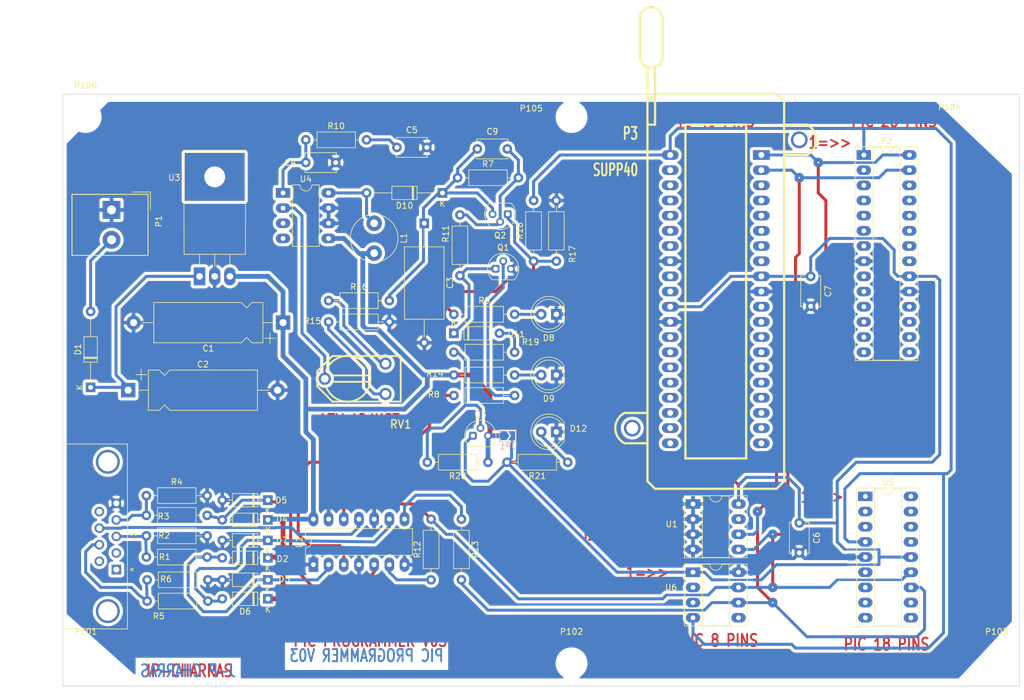
<source format=kicad_pcb>
(kicad_pcb (version 20201002) (generator pcbnew)
  (title_block (title "SERIAL PIC PROGRAMMER"))
  (layers (0 "F.Cu" signal "top_layer") (31 "B.Cu" signal "bottom_layer") (34 "B.Paste" user) (35 "F.Paste" user) (36 "B.SilkS" user "B.Silkscreen") (37 "F.SilkS" user "F.Silkscreen") (38 "B.Mask" user) (39 "F.Mask" user) (44 "Edge.Cuts" user))
  (net 0 "")
  (net 1 "/PC-CLOCK-OUT")
  (net 2 "GND")
  (net 3 "Net-(C2-Pad1)")
  (net 4 "Net-(C4-Pad1)")
  (net 5 "Net-(C5-Pad1)")
  (net 6 "Net-(C9-Pad2)")
  (net 7 "Net-(D11-Pad1)")
  (net 8 "Net-(D11-Pad2)")
  (net 9 "Net-(Q1-Pad2)")
  (net 10 "Net-(Q3-Pad2)")
  (net 11 "Net-(R12-Pad1)")
  (net 12 "Net-(R13-Pad1)")
  (net 13 "Net-(R15-Pad1)")
  (net 14 "Net-(R16-Pad1)")
  (net 15 "Net-(R8-Pad1)")
  (net 16 "Net-(RV1-Pad2)")
  (net 17 "VCC")
  (net 18 "VPP")
  (net 19 "Net-(D1-Pad2)")
  (net 20 "Net-(D4-Pad2)")
  (net 21 "Net-(D8-Pad2)")
  (net 22 "Net-(D9-Pad2)")
  (net 23 "Net-(D12-Pad2)")
  (net 24 "/VPP/MCLR")
  (net 25 "/CLOCK-RB6")
  (net 26 "/DATA-RB7")
  (net 27 "Net-(D2-Pad2)")
  (net 28 "Net-(D6-Pad2)")
  (net 29 "Net-(D10-Pad2)")
  (net 30 "/VCC_PIC")
  (net 31 "/PC-DATA-IN")
  (net 32 "/PC-DATA-OUT")
  (net 33 "/VPP_ON")
  (net 34 "Net-(Q2-Pad1)")
  (module "Capacitor_THT:CP_Axial_L18.0mm_D6.5mm_P25.00mm_Horizontal" (layer "F.Cu") (at 110.49 78.867 180)
    (fp_text reference "C1" (at 12.5 -4.31 180) (layer "F.SilkS"))
    (fp_text value "100µF")
    (pad "1" thru_hole rect (at 0 0 180) (size 2.4 2.4) (drill 1.2) (layers *.Cu *.Mask) (net 17 "VCC"))
    (pad "2" thru_hole oval (at 25 0 180) (size 2.4 2.4) (drill 1.2) (layers *.Cu *.Mask) (net 2 "GND"))
  )
  (module "Capacitor_THT:CP_Axial_L18.0mm_D6.5mm_P25.00mm_Horizontal" (layer "F.Cu") (at 84.582 90.17)
    (fp_text reference "C2" (at 12.5 -4.31) (layer "F.SilkS"))
    (fp_text value "220uF")
    (pad "1" thru_hole rect (at 0 0) (size 2.4 2.4) (drill 1.2) (layers *.Cu *.Mask) (net 3 "Net-(C2-Pad1)"))
    (pad "2" thru_hole oval (at 25 0) (size 2.4 2.4) (drill 1.2) (layers *.Cu *.Mask) (net 2 "GND"))
  )
  (module "MountingHole:MountingHole_4.3mm_M4" (layer "F.Cu") (at 77.47 135.89)
    (fp_text reference "P101" (at 0 -5.3) (layer "F.SilkS"))
    (fp_text value "CONN_1")
    (pad "" np_thru_hole circle (at 0 0) (size 4.3 4.3) (drill 4.3) (layers *.Cu *.Mask))
  )
  (module "MountingHole:MountingHole_4.3mm_M4" (layer "F.Cu") (at 158.75 135.89)
    (fp_text reference "P102" (at 0 -5.3) (layer "F.SilkS"))
    (fp_text value "CONN_1")
    (pad "" np_thru_hole circle (at 0 0) (size 4.3 4.3) (drill 4.3) (layers *.Cu *.Mask))
  )
  (module "MountingHole:MountingHole_4.3mm_M4" (layer "F.Cu") (at 229.87 135.89)
    (fp_text reference "P103" (at 0 -5.3) (layer "F.SilkS"))
    (fp_text value "CONN_1")
    (pad "" np_thru_hole circle (at 0 0) (size 4.3 4.3) (drill 4.3) (layers *.Cu *.Mask))
  )
  (module "MountingHole:MountingHole_4.3mm_M4" (layer "F.Cu") (at 229.87 44.45)
    (fp_text reference "P104" (at -7.87 -1.65) (layer "F.SilkS"))
    (fp_text value "CONN_1")
    (pad "" np_thru_hole circle (at 0 0) (size 4.3 4.3) (drill 4.3) (layers *.Cu *.Mask))
  )
  (module "MountingHole:MountingHole_4.3mm_M4" (layer "F.Cu") (at 158.75 44.45)
    (fp_text reference "P105" (at -6.75 -1.45) (layer "F.SilkS"))
    (fp_text value "CONN_1")
    (pad "" np_thru_hole circle (at 0 0) (size 4.3 4.3) (drill 4.3) (layers *.Cu *.Mask))
  )
  (module "MountingHole:MountingHole_4.3mm_M4" (layer "F.Cu") (at 77.47 44.45)
    (fp_text reference "P106" (at 0 -5.3) (layer "F.SilkS"))
    (fp_text value "CONN_1")
    (pad "" np_thru_hole circle (at 0 0) (size 4.3 4.3) (drill 4.3) (layers *.Cu *.Mask))
  )
  (module "footprints:40tex-Ell600" (layer "F.Cu") (at 175.26 50.8)
    (fp_text reference "P3" (at -6.66 -3.6 180) (layer "F.SilkS") (effects (font (size 2.032 1.27) (thickness 0.3048))))
    (fp_text value "SUPP40" (at -9.16 2.5 180) (layer "F.SilkS") (effects (font (size 2.032 1.27) (thickness 0.3048))))
    (pad "1" thru_hole oval (at 0 0 270) (size 1.6 2.8) (drill 1) (layers *.Cu *.Mask) (net 24 "/VPP/MCLR"))
    (pad "2" thru_hole oval (at 0 2.54 270) (size 1.6 2.8) (drill 1) (layers *.Cu *.Mask))
    (pad "3" thru_hole oval (at 0 5.08 270) (size 1.6 2.8) (drill 1) (layers *.Cu *.Mask))
    (pad "4" thru_hole oval (at 0 7.62 270) (size 1.6 2.8) (drill 1) (layers *.Cu *.Mask))
    (pad "5" thru_hole oval (at 0 10.16 270) (size 1.6 2.8) (drill 1) (layers *.Cu *.Mask))
    (pad "6" thru_hole oval (at 0 12.7 270) (size 1.6 2.8) (drill 1) (layers *.Cu *.Mask))
    (pad "7" thru_hole oval (at 0 15.24 270) (size 1.6 2.8) (drill 1) (layers *.Cu *.Mask))
    (pad "8" thru_hole oval (at 0 17.78 270) (size 1.6 2.8) (drill 1) (layers *.Cu *.Mask) (net 2 "GND"))
    (pad "9" thru_hole oval (at 0 20.32 270) (size 1.6 2.8) (drill 1) (layers *.Cu *.Mask))
    (pad "10" thru_hole oval (at 0 22.86 270) (size 1.6 2.8) (drill 1) (layers *.Cu *.Mask))
    (pad "11" thru_hole oval (at 0 25.4 270) (size 1.6 2.8) (drill 1) (layers *.Cu *.Mask) (net 30 "/VCC_PIC"))
    (pad "12" thru_hole oval (at 0 27.94 270) (size 1.6 2.8) (drill 1) (layers *.Cu *.Mask) (net 2 "GND"))
    (pad "13" thru_hole oval (at 0 30.48 270) (size 1.6 2.8) (drill 1) (layers *.Cu *.Mask))
    (pad "14" thru_hole oval (at 0 33.02 270) (size 1.6 2.8) (drill 1) (layers *.Cu *.Mask))
    (pad "15" thru_hole oval (at 0 35.56 270) (size 1.6 2.8) (drill 1) (layers *.Cu *.Mask))
    (pad "16" thru_hole oval (at 0 38.1 270) (size 1.6 2.8) (drill 1) (layers *.Cu *.Mask))
    (pad "17" thru_hole oval (at 0 40.64 270) (size 1.6 2.8) (drill 1) (layers *.Cu *.Mask))
    (pad "18" thru_hole oval (at 0 43.18 270) (size 1.6 2.8) (drill 1) (layers *.Cu *.Mask))
    (pad "19" thru_hole oval (at 0 45.72 270) (size 1.6 2.8) (drill 1) (layers *.Cu *.Mask))
    (pad "20" thru_hole oval (at 0 48.26 270) (size 1.6 2.8) (drill 1) (layers *.Cu *.Mask))
    (pad "21" thru_hole oval (at 15.24 48.26 270) (size 1.6 2.8) (drill 1) (layers *.Cu *.Mask))
    (pad "22" thru_hole oval (at 15.24 45.72 270) (size 1.6 2.8) (drill 1) (layers *.Cu *.Mask))
    (pad "23" thru_hole oval (at 15.24 43.18 270) (size 1.6 2.8) (drill 1) (layers *.Cu *.Mask))
    (pad "24" thru_hole oval (at 15.24 40.64 270) (size 1.6 2.8) (drill 1) (layers *.Cu *.Mask))
    (pad "25" thru_hole oval (at 15.24 38.1 270) (size 1.6 2.8) (drill 1) (layers *.Cu *.Mask))
    (pad "26" thru_hole oval (at 15.24 35.56 270) (size 1.6 2.8) (drill 1) (layers *.Cu *.Mask))
    (pad "27" thru_hole oval (at 15.24 33.02 270) (size 1.6 2.8) (drill 1) (layers *.Cu *.Mask))
    (pad "28" thru_hole oval (at 15.24 30.48 270) (size 1.6 2.8) (drill 1) (layers *.Cu *.Mask))
    (pad "29" thru_hole oval (at 15.24 27.94 270) (size 1.6 2.8) (drill 1) (layers *.Cu *.Mask))
    (pad "30" thru_hole oval (at 15.24 25.4 270) (size 1.6 2.8) (drill 1) (layers *.Cu *.Mask))
    (pad "31" thru_hole oval (at 15.24 22.86 270) (size 1.6 2.8) (drill 1) (layers *.Cu *.Mask) (net 2 "GND"))
    (pad "32" thru_hole oval (at 15.24 20.32 270) (size 1.6 2.8) (drill 1) (layers *.Cu *.Mask) (net 30 "/VCC_PIC"))
    (pad "33" thru_hole oval (at 15.24 17.78 270) (size 1.6 2.8) (drill 1) (layers *.Cu *.Mask))
    (pad "34" thru_hole oval (at 15.24 15.24 270) (size 1.6 2.8) (drill 1) (layers *.Cu *.Mask))
    (pad "35" thru_hole oval (at 15.24 12.7 270) (size 1.6 2.8) (drill 1) (layers *.Cu *.Mask))
    (pad "36" thru_hole oval (at 15.24 10.16 270) (size 1.6 2.8) (drill 1) (layers *.Cu *.Mask))
    (pad "37" thru_hole oval (at 15.24 7.62 270) (size 1.6 2.8) (drill 1) (layers *.Cu *.Mask))
    (pad "38" thru_hole oval (at 15.24 5.08 270) (size 1.6 2.8) (drill 1) (layers *.Cu *.Mask))
    (pad "39" thru_hole oval (at 15.24 2.54 270) (size 1.6 2.8) (drill 1) (layers *.Cu *.Mask) (net 25 "/CLOCK-RB6"))
    (pad "40" thru_hole rect (at 15.24 0 270) (size 1.6 2.8) (drill 1) (layers *.Cu *.Mask) (net 26 "/DATA-RB7"))
    (pad "HOLE" thru_hole circle (at -6.35 45.72 270) (size 2.8 2.8) (drill 2) (layers *.Cu *.Mask))
    (pad "HOLE" thru_hole circle (at 21.59 -2.54 270) (size 2.8 2.8) (drill 2) (layers *.Cu *.Mask))
  )
  (module "Package_DIP:DIP-8_W7.62mm_Socket_LongPads" (layer "F.Cu") (at 179.07 120.65)
    (fp_text reference "U6" (at -3.67 2.55) (layer "F.SilkS"))
    (fp_text value "PIC_8_PINS")
    (pad "1" thru_hole rect (at 0 0) (size 2.4 1.6) (drill 0.8) (layers *.Cu *.Mask) (net 30 "/VCC_PIC"))
    (pad "2" thru_hole oval (at 0 2.54) (size 2.4 1.6) (drill 0.8) (layers *.Cu *.Mask))
    (pad "3" thru_hole oval (at 0 5.08) (size 2.4 1.6) (drill 0.8) (layers *.Cu *.Mask))
    (pad "4" thru_hole oval (at 0 7.62) (size 2.4 1.6) (drill 0.8) (layers *.Cu *.Mask) (net 24 "/VPP/MCLR"))
    (pad "5" thru_hole oval (at 7.62 7.62) (size 2.4 1.6) (drill 0.8) (layers *.Cu *.Mask))
    (pad "6" thru_hole oval (at 7.62 5.08) (size 2.4 1.6) (drill 0.8) (layers *.Cu *.Mask) (net 25 "/CLOCK-RB6"))
    (pad "7" thru_hole oval (at 7.62 2.54) (size 2.4 1.6) (drill 0.8) (layers *.Cu *.Mask) (net 26 "/DATA-RB7"))
    (pad "8" thru_hole oval (at 7.62 0) (size 2.4 1.6) (drill 0.8) (layers *.Cu *.Mask) (net 2 "GND"))
  )
  (module "Package_DIP:DIP-8_W7.62mm_Socket_LongPads" (layer "F.Cu") (at 179.07 109.22)
    (fp_text reference "U1" (at -3.57 3.38) (layer "F.SilkS"))
    (fp_text value "24Cxx")
    (pad "1" thru_hole rect (at 0 0) (size 2.4 1.6) (drill 0.8) (layers *.Cu *.Mask) (net 2 "GND"))
    (pad "2" thru_hole oval (at 0 2.54) (size 2.4 1.6) (drill 0.8) (layers *.Cu *.Mask) (net 2 "GND"))
    (pad "3" thru_hole oval (at 0 5.08) (size 2.4 1.6) (drill 0.8) (layers *.Cu *.Mask) (net 2 "GND"))
    (pad "4" thru_hole oval (at 0 7.62) (size 2.4 1.6) (drill 0.8) (layers *.Cu *.Mask) (net 2 "GND"))
    (pad "5" thru_hole oval (at 7.62 7.62) (size 2.4 1.6) (drill 0.8) (layers *.Cu *.Mask) (net 26 "/DATA-RB7"))
    (pad "6" thru_hole oval (at 7.62 5.08) (size 2.4 1.6) (drill 0.8) (layers *.Cu *.Mask) (net 25 "/CLOCK-RB6"))
    (pad "7" thru_hole oval (at 7.62 2.54) (size 2.4 1.6) (drill 0.8) (layers *.Cu *.Mask))
    (pad "8" thru_hole oval (at 7.62 0) (size 2.4 1.6) (drill 0.8) (layers *.Cu *.Mask) (net 30 "/VCC_PIC"))
  )
  (module "Package_DIP:DIP-8_W7.62mm_LongPads" (layer "F.Cu") (at 110.49 57.15)
    (fp_text reference "U4" (at 3.81 -2.33) (layer "F.SilkS"))
    (fp_text value "LT1373")
    (pad "1" thru_hole rect (at 0 0) (size 2.4 1.6) (drill 0.8) (layers *.Cu *.Mask) (net 4 "Net-(C4-Pad1)"))
    (pad "2" thru_hole oval (at 0 2.54) (size 2.4 1.6) (drill 0.8) (layers *.Cu *.Mask) (net 16 "Net-(RV1-Pad2)"))
    (pad "3" thru_hole oval (at 0 5.08) (size 2.4 1.6) (drill 0.8) (layers *.Cu *.Mask))
    (pad "4" thru_hole oval (at 0 7.62) (size 2.4 1.6) (drill 0.8) (layers *.Cu *.Mask))
    (pad "5" thru_hole oval (at 7.62 7.62) (size 2.4 1.6) (drill 0.8) (layers *.Cu *.Mask) (net 17 "VCC"))
    (pad "6" thru_hole oval (at 7.62 5.08) (size 2.4 1.6) (drill 0.8) (layers *.Cu *.Mask) (net 2 "GND"))
    (pad "7" thru_hole oval (at 7.62 2.54) (size 2.4 1.6) (drill 0.8) (layers *.Cu *.Mask) (net 2 "GND"))
    (pad "8" thru_hole oval (at 7.62 0) (size 2.4 1.6) (drill 0.8) (layers *.Cu *.Mask) (net 29 "Net-(D10-Pad2)"))
  )
  (module "Package_DIP:DIP-28_W7.62mm_Socket_LongPads" (layer "F.Cu") (at 207.645 50.8)
    (fp_text reference "P2" (at 3.81 -2.33) (layer "F.SilkS"))
    (fp_text value "SUPP28")
    (pad "1" thru_hole rect (at 0 0) (size 2.4 1.6) (drill 0.8) (layers *.Cu *.Mask) (net 24 "/VPP/MCLR"))
    (pad "2" thru_hole oval (at 0 2.54) (size 2.4 1.6) (drill 0.8) (layers *.Cu *.Mask))
    (pad "3" thru_hole oval (at 0 5.08) (size 2.4 1.6) (drill 0.8) (layers *.Cu *.Mask))
    (pad "4" thru_hole oval (at 0 7.62) (size 2.4 1.6) (drill 0.8) (layers *.Cu *.Mask))
    (pad "5" thru_hole oval (at 0 10.16) (size 2.4 1.6) (drill 0.8) (layers *.Cu *.Mask))
    (pad "6" thru_hole oval (at 0 12.7) (size 2.4 1.6) (drill 0.8) (layers *.Cu *.Mask))
    (pad "7" thru_hole oval (at 0 15.24) (size 2.4 1.6) (drill 0.8) (layers *.Cu *.Mask))
    (pad "8" thru_hole oval (at 0 17.78) (size 2.4 1.6) (drill 0.8) (layers *.Cu *.Mask) (net 2 "GND"))
    (pad "9" thru_hole oval (at 0 20.32) (size 2.4 1.6) (drill 0.8) (layers *.Cu *.Mask))
    (pad "10" thru_hole oval (at 0 22.86) (size 2.4 1.6) (drill 0.8) (layers *.Cu *.Mask))
    (pad "11" thru_hole oval (at 0 25.4) (size 2.4 1.6) (drill 0.8) (layers *.Cu *.Mask))
    (pad "12" thru_hole oval (at 0 27.94) (size 2.4 1.6) (drill 0.8) (layers *.Cu *.Mask))
    (pad "13" thru_hole oval (at 0 30.48) (size 2.4 1.6) (drill 0.8) (layers *.Cu *.Mask))
    (pad "14" thru_hole oval (at 0 33.02) (size 2.4 1.6) (drill 0.8) (layers *.Cu *.Mask))
    (pad "15" thru_hole oval (at 7.62 33.02) (size 2.4 1.6) (drill 0.8) (layers *.Cu *.Mask))
    (pad "16" thru_hole oval (at 7.62 30.48) (size 2.4 1.6) (drill 0.8) (layers *.Cu *.Mask))
    (pad "17" thru_hole oval (at 7.62 27.94) (size 2.4 1.6) (drill 0.8) (layers *.Cu *.Mask))
    (pad "18" thru_hole oval (at 7.62 25.4) (size 2.4 1.6) (drill 0.8) (layers *.Cu *.Mask))
    (pad "19" thru_hole oval (at 7.62 22.86) (size 2.4 1.6) (drill 0.8) (layers *.Cu *.Mask) (net 2 "GND"))
    (pad "20" thru_hole oval (at 7.62 20.32) (size 2.4 1.6) (drill 0.8) (layers *.Cu *.Mask) (net 30 "/VCC_PIC"))
    (pad "21" thru_hole oval (at 7.62 17.78) (size 2.4 1.6) (drill 0.8) (layers *.Cu *.Mask))
    (pad "22" thru_hole oval (at 7.62 15.24) (size 2.4 1.6) (drill 0.8) (layers *.Cu *.Mask))
    (pad "23" thru_hole oval (at 7.62 12.7) (size 2.4 1.6) (drill 0.8) (layers *.Cu *.Mask))
    (pad "24" thru_hole oval (at 7.62 10.16) (size 2.4 1.6) (drill 0.8) (layers *.Cu *.Mask))
    (pad "25" thru_hole oval (at 7.62 7.62) (size 2.4 1.6) (drill 0.8) (layers *.Cu *.Mask))
    (pad "26" thru_hole oval (at 7.62 5.08) (size 2.4 1.6) (drill 0.8) (layers *.Cu *.Mask))
    (pad "27" thru_hole oval (at 7.62 2.54) (size 2.4 1.6) (drill 0.8) (layers *.Cu *.Mask) (net 25 "/CLOCK-RB6"))
    (pad "28" thru_hole oval (at 7.62 0) (size 2.4 1.6) (drill 0.8) (layers *.Cu *.Mask) (net 26 "/DATA-RB7"))
  )
  (module "Package_DIP:DIP-18_W7.62mm_Socket_LongPads" (layer "F.Cu") (at 207.899 107.95)
    (fp_text reference "U5" (at 3.81 -2.33) (layer "F.SilkS"))
    (fp_text value "PIC_18_PINS")
    (pad "1" thru_hole rect (at 0 0) (size 2.4 1.6) (drill 0.8) (layers *.Cu *.Mask))
    (pad "2" thru_hole oval (at 0 2.54) (size 2.4 1.6) (drill 0.8) (layers *.Cu *.Mask))
    (pad "3" thru_hole oval (at 0 5.08) (size 2.4 1.6) (drill 0.8) (layers *.Cu *.Mask))
    (pad "4" thru_hole oval (at 0 7.62) (size 2.4 1.6) (drill 0.8) (layers *.Cu *.Mask) (net 24 "/VPP/MCLR"))
    (pad "5" thru_hole oval (at 0 10.16) (size 2.4 1.6) (drill 0.8) (layers *.Cu *.Mask) (net 2 "GND"))
    (pad "6" thru_hole oval (at 0 12.7) (size 2.4 1.6) (drill 0.8) (layers *.Cu *.Mask))
    (pad "7" thru_hole oval (at 0 15.24) (size 2.4 1.6) (drill 0.8) (layers *.Cu *.Mask))
    (pad "8" thru_hole oval (at 0 17.78) (size 2.4 1.6) (drill 0.8) (layers *.Cu *.Mask))
    (pad "9" thru_hole oval (at 0 20.32) (size 2.4 1.6) (drill 0.8) (layers *.Cu *.Mask))
    (pad "10" thru_hole oval (at 7.62 20.32) (size 2.4 1.6) (drill 0.8) (layers *.Cu *.Mask))
    (pad "11" thru_hole oval (at 7.62 17.78) (size 2.4 1.6) (drill 0.8) (layers *.Cu *.Mask))
    (pad "12" thru_hole oval (at 7.62 15.24) (size 2.4 1.6) (drill 0.8) (layers *.Cu *.Mask) (net 25 "/CLOCK-RB6"))
    (pad "13" thru_hole oval (at 7.62 12.7) (size 2.4 1.6) (drill 0.8) (layers *.Cu *.Mask) (net 26 "/DATA-RB7"))
    (pad "14" thru_hole oval (at 7.62 10.16) (size 2.4 1.6) (drill 0.8) (layers *.Cu *.Mask) (net 30 "/VCC_PIC"))
    (pad "15" thru_hole oval (at 7.62 7.62) (size 2.4 1.6) (drill 0.8) (layers *.Cu *.Mask))
    (pad "16" thru_hole oval (at 7.62 5.08) (size 2.4 1.6) (drill 0.8) (layers *.Cu *.Mask))
    (pad "17" thru_hole oval (at 7.62 2.54) (size 2.4 1.6) (drill 0.8) (layers *.Cu *.Mask))
    (pad "18" thru_hole oval (at 7.62 0) (size 2.4 1.6) (drill 0.8) (layers *.Cu *.Mask))
  )
  (module "Package_DIP:DIP-14_W7.62mm_LongPads" (layer "F.Cu") (at 115.57 119.38 90)
    (fp_text reference "U2" (at 3.81 -2.33 90) (layer "F.SilkS"))
    (fp_text value "74HC125")
    (pad "1" thru_hole rect (at 0 0 90) (size 2.4 1.6) (drill 0.8) (layers *.Cu *.Mask) (net 2 "GND"))
    (pad "2" thru_hole oval (at 0 2.54 90) (size 2.4 1.6) (drill 0.8) (layers *.Cu *.Mask) (net 27 "Net-(D2-Pad2)"))
    (pad "3" thru_hole oval (at 0 5.08 90) (size 2.4 1.6) (drill 0.8) (layers *.Cu *.Mask) (net 15 "Net-(R8-Pad1)"))
    (pad "4" thru_hole oval (at 0 7.62 90) (size 2.4 1.6) (drill 0.8) (layers *.Cu *.Mask) (net 2 "GND"))
    (pad "5" thru_hole oval (at 0 10.16 90) (size 2.4 1.6) (drill 0.8) (layers *.Cu *.Mask) (net 20 "Net-(D4-Pad2)"))
    (pad "6" thru_hole oval (at 0 12.7 90) (size 2.4 1.6) (drill 0.8) (layers *.Cu *.Mask) (net 11 "Net-(R12-Pad1)"))
    (pad "7" thru_hole oval (at 0 15.24 90) (size 2.4 1.6) (drill 0.8) (layers *.Cu *.Mask) (net 2 "GND"))
    (pad "8" thru_hole oval (at 7.62 15.24 90) (size 2.4 1.6) (drill 0.8) (layers *.Cu *.Mask) (net 12 "Net-(R13-Pad1)"))
    (pad "9" thru_hole oval (at 7.62 12.7 90) (size 2.4 1.6) (drill 0.8) (layers *.Cu *.Mask) (net 28 "Net-(D6-Pad2)"))
    (pad "10" thru_hole oval (at 7.62 10.16 90) (size 2.4 1.6) (drill 0.8) (layers *.Cu *.Mask) (net 2 "GND"))
    (pad "11" thru_hole oval (at 7.62 7.62 90) (size 2.4 1.6) (drill 0.8) (layers *.Cu *.Mask) (net 31 "/PC-DATA-IN"))
    (pad "12" thru_hole oval (at 7.62 5.08 90) (size 2.4 1.6) (drill 0.8) (layers *.Cu *.Mask) (net 26 "/DATA-RB7"))
    (pad "13" thru_hole oval (at 7.62 2.54 90) (size 2.4 1.6) (drill 0.8) (layers *.Cu *.Mask) (net 2 "GND"))
    (pad "14" thru_hole oval (at 7.62 0 90) (size 2.4 1.6) (drill 0.8) (layers *.Cu *.Mask) (net 17 "VCC"))
  )
  (module "Diode_THT:D_DO-35_SOD27_P7.62mm_Horizontal" (layer "F.Cu") (at 107.95 118.237 180)
    (fp_text reference "D2" (at -2.45 -0.163 180) (layer "F.SilkS"))
    (fp_text value "BAT43")
    (fp_text user "K" (at 0 -1.8 180) (layer "F.SilkS"))
    (pad "1" thru_hole rect (at 0 0 180) (size 1.6 1.6) (drill 0.8) (layers *.Cu *.Mask) (net 17 "VCC"))
    (pad "2" thru_hole oval (at 7.62 0 180) (size 1.6 1.6) (drill 0.8) (layers *.Cu *.Mask) (net 27 "Net-(D2-Pad2)"))
  )
  (module "Diode_THT:D_DO-35_SOD27_P7.62mm_Horizontal" (layer "F.Cu") (at 107.95 121.92 180)
    (fp_text reference "D3" (at -2.75 0.12 180) (layer "F.SilkS"))
    (fp_text value "BAT43")
    (fp_text user "K" (at 0 -1.8 180) (layer "F.SilkS"))
    (pad "1" thru_hole rect (at 0 0 180) (size 1.6 1.6) (drill 0.8) (layers *.Cu *.Mask) (net 27 "Net-(D2-Pad2)"))
    (pad "2" thru_hole oval (at 7.62 0 180) (size 1.6 1.6) (drill 0.8) (layers *.Cu *.Mask) (net 2 "GND"))
  )
  (module "Diode_THT:D_DO-35_SOD27_P7.62mm_Horizontal" (layer "F.Cu") (at 107.95 111.887 180)
    (fp_text reference "D4" (at -2.35 0.087 180) (layer "F.SilkS"))
    (fp_text value "BAT43")
    (fp_text user "K" (at 0 -1.8 180) (layer "F.SilkS"))
    (pad "1" thru_hole rect (at 0 0 180) (size 1.6 1.6) (drill 0.8) (layers *.Cu *.Mask) (net 17 "VCC"))
    (pad "2" thru_hole oval (at 7.62 0 180) (size 1.6 1.6) (drill 0.8) (layers *.Cu *.Mask) (net 20 "Net-(D4-Pad2)"))
  )
  (module "Diode_THT:D_DO-35_SOD27_P7.62mm_Horizontal" (layer "F.Cu") (at 107.95 108.585 180)
    (fp_text reference "D5" (at -2.25 -0.015 180) (layer "F.SilkS"))
    (fp_text value "BAT43")
    (fp_text user "K" (at 0 -1.8 180) (layer "F.SilkS"))
    (pad "1" thru_hole rect (at 0 0 180) (size 1.6 1.6) (drill 0.8) (layers *.Cu *.Mask) (net 20 "Net-(D4-Pad2)"))
    (pad "2" thru_hole oval (at 7.62 0 180) (size 1.6 1.6) (drill 0.8) (layers *.Cu *.Mask) (net 2 "GND"))
  )
  (module "Diode_THT:D_DO-35_SOD27_P7.62mm_Horizontal" (layer "F.Cu") (at 139.065 80.645)
    (fp_text reference "D11" (at 10.435 0.155) (layer "F.SilkS"))
    (fp_text value "BAT43")
    (fp_text user "K" (at 0 -1.8) (layer "F.SilkS"))
    (pad "1" thru_hole rect (at 0 0) (size 1.6 1.6) (drill 0.8) (layers *.Cu *.Mask) (net 7 "Net-(D11-Pad1)"))
    (pad "2" thru_hole oval (at 7.62 0) (size 1.6 1.6) (drill 0.8) (layers *.Cu *.Mask) (net 8 "Net-(D11-Pad2)"))
  )
  (module "Diode_THT:D_DO-35_SOD27_P7.62mm_Horizontal" (layer "F.Cu") (at 107.95 115.316 180)
    (fp_text reference "D7" (at -2.35 0.016 180) (layer "F.SilkS"))
    (fp_text value "BAT43")
    (fp_text user "K" (at 0 -1.8 180) (layer "F.SilkS"))
    (pad "1" thru_hole rect (at 0 0 180) (size 1.6 1.6) (drill 0.8) (layers *.Cu *.Mask) (net 28 "Net-(D6-Pad2)"))
    (pad "2" thru_hole oval (at 7.62 0 180) (size 1.6 1.6) (drill 0.8) (layers *.Cu *.Mask) (net 2 "GND"))
  )
  (module "Diode_THT:D_DO-35_SOD27_P7.62mm_Horizontal" (layer "F.Cu") (at 107.95 125.095 180)
    (fp_text reference "D6" (at 3.81 -2.12 180) (layer "F.SilkS"))
    (fp_text value "BAT43")
    (fp_text user "K" (at 0 -1.8 180) (layer "F.SilkS"))
    (pad "1" thru_hole rect (at 0 0 180) (size 1.6 1.6) (drill 0.8) (layers *.Cu *.Mask) (net 17 "VCC"))
    (pad "2" thru_hole oval (at 7.62 0 180) (size 1.6 1.6) (drill 0.8) (layers *.Cu *.Mask) (net 28 "Net-(D6-Pad2)"))
  )
  (module "Connector_Dsub:DSUB-9_Female_Horizontal_P2.77x2.84mm_EdgePinOffset7.70mm_Housed_MountingHolesOffset9.12mm" (layer "F.Cu") (at 82.6 120.2 -90)
    (fp_text reference "J1" (at -5.54 -2.8 -90) (layer "F.SilkS"))
    (fp_text value "DB9-FEMAL")
    (pad "0" thru_hole circle (at -18.04 1.42 270) (size 4 4) (drill 3.2) (layers *.Cu *.Mask))
    (pad "0" thru_hole circle (at 6.96 1.42 270) (size 4 4) (drill 3.2) (layers *.Cu *.Mask))
    (pad "1" thru_hole rect (at 0 0 270) (size 1.6 1.6) (drill 1) (layers *.Cu *.Mask))
    (pad "2" thru_hole circle (at -2.77 0 270) (size 1.6 1.6) (drill 1) (layers *.Cu *.Mask))
    (pad "3" thru_hole circle (at -5.54 0 270) (size 1.6 1.6) (drill 1) (layers *.Cu *.Mask) (net 33 "/VPP_ON"))
    (pad "4" thru_hole circle (at -8.31 0 270) (size 1.6 1.6) (drill 1) (layers *.Cu *.Mask) (net 32 "/PC-DATA-OUT"))
    (pad "5" thru_hole circle (at -11.08 0 270) (size 1.6 1.6) (drill 1) (layers *.Cu *.Mask) (net 2 "GND"))
    (pad "6" thru_hole circle (at -1.385 2.84 270) (size 1.6 1.6) (drill 1) (layers *.Cu *.Mask))
    (pad "7" thru_hole circle (at -4.155 2.84 270) (size 1.6 1.6) (drill 1) (layers *.Cu *.Mask) (net 1 "/PC-CLOCK-OUT"))
    (pad "8" thru_hole circle (at -6.925 2.84 270) (size 1.6 1.6) (drill 1) (layers *.Cu *.Mask) (net 31 "/PC-DATA-IN"))
    (pad "9" thru_hole circle (at -9.695 2.84 270) (size 1.6 1.6) (drill 1) (layers *.Cu *.Mask))
  )
  (module "Package_TO_SOT_THT:TO-92" (layer "F.Cu") (at 142.24 97.79)
    (fp_text reference "Q3" (at 1.27 -3.56) (layer "F.SilkS"))
    (fp_text value "BC307")
    (pad "1" thru_hole roundrect (at 0 0 90) (size 1.3 1.3) (drill 0.75) (layers *.Cu *.Mask) (net 30 "/VCC_PIC"))
    (pad "2" thru_hole circle (at 1.27 -1.27 90) (size 1.3 1.3) (drill 0.75) (layers *.Cu *.Mask) (net 10 "Net-(Q3-Pad2)"))
    (pad "3" thru_hole circle (at 2.54 0 90) (size 1.3 1.3) (drill 0.75) (layers *.Cu *.Mask) (net 17 "VCC"))
  )
  (module "Package_TO_SOT_THT:TO-92" (layer "F.Cu") (at 148.082 60.706 180)
    (fp_text reference "Q2" (at 1.27 -3.56) (layer "F.SilkS"))
    (fp_text value "BC307")
    (pad "1" thru_hole roundrect (at 0 0 270) (size 1.3 1.3) (drill 0.75) (layers *.Cu *.Mask) (net 34 "Net-(Q2-Pad1)"))
    (pad "2" thru_hole circle (at 1.27 -1.27 270) (size 1.3 1.3) (drill 0.75) (layers *.Cu *.Mask) (net 6 "Net-(C9-Pad2)"))
    (pad "3" thru_hole circle (at 2.54 0 270) (size 1.3 1.3) (drill 0.75) (layers *.Cu *.Mask) (net 18 "VPP"))
  )
  (module "Package_TO_SOT_THT:TO-92" (layer "F.Cu") (at 146.05 69.85)
    (fp_text reference "Q1" (at 1.27 -3.56) (layer "F.SilkS"))
    (fp_text value "BC237")
    (pad "1" thru_hole roundrect (at 0 0 90) (size 1.3 1.3) (drill 0.75) (layers *.Cu *.Mask) (net 7 "Net-(D11-Pad1)"))
    (pad "2" thru_hole circle (at 1.27 -1.27 90) (size 1.3 1.3) (drill 0.75) (layers *.Cu *.Mask) (net 9 "Net-(Q1-Pad2)"))
    (pad "3" thru_hole circle (at 2.54 0 90) (size 1.3 1.3) (drill 0.75) (layers *.Cu *.Mask) (net 2 "GND"))
  )
  (module "Resistor_THT:R_Axial_DIN0207_L6.3mm_D2.5mm_P10.16mm_Horizontal" (layer "F.Cu") (at 152.4 68.58 90)
    (fp_text reference "R18" (at 5.08 -2.31 90) (layer "F.SilkS"))
    (fp_text value "220")
    (pad "1" thru_hole circle (at 0 0 90) (size 1.6 1.6) (drill 0.8) (layers *.Cu *.Mask) (net 34 "Net-(Q2-Pad1)"))
    (pad "2" thru_hole oval (at 10.16 0 90) (size 1.6 1.6) (drill 0.8) (layers *.Cu *.Mask) (net 24 "/VPP/MCLR"))
  )
  (module "Resistor_THT:R_Axial_DIN0207_L6.3mm_D2.5mm_P10.16mm_Horizontal" (layer "F.Cu") (at 114.3 48.26)
    (fp_text reference "R10" (at 5.08 -2.31) (layer "F.SilkS"))
    (fp_text value "5,1K")
    (pad "1" thru_hole circle (at 0 0) (size 1.6 1.6) (drill 0.8) (layers *.Cu *.Mask) (net 4 "Net-(C4-Pad1)"))
    (pad "2" thru_hole oval (at 10.16 0) (size 1.6 1.6) (drill 0.8) (layers *.Cu *.Mask) (net 5 "Net-(C5-Pad1)"))
  )
  (module "Resistor_THT:R_Axial_DIN0207_L6.3mm_D2.5mm_P10.16mm_Horizontal" (layer "F.Cu") (at 139.065 77.47)
    (fp_text reference "R9" (at 5.08 -2.31) (layer "F.SilkS"))
    (fp_text value "2.2K")
    (pad "1" thru_hole circle (at 0 0) (size 1.6 1.6) (drill 0.8) (layers *.Cu *.Mask) (net 34 "Net-(Q2-Pad1)"))
    (pad "2" thru_hole oval (at 10.16 0) (size 1.6 1.6) (drill 0.8) (layers *.Cu *.Mask) (net 21 "Net-(D8-Pad2)"))
  )
  (module "Resistor_THT:R_Axial_DIN0207_L6.3mm_D2.5mm_P10.16mm_Horizontal" (layer "F.Cu") (at 87.63 118.11)
    (fp_text reference "R1" (at 3.07 -0.01) (layer "F.SilkS"))
    (fp_text value "10K")
    (pad "1" thru_hole circle (at 0 0) (size 1.6 1.6) (drill 0.8) (layers *.Cu *.Mask) (net 33 "/VPP_ON"))
    (pad "2" thru_hole oval (at 10.16 0) (size 1.6 1.6) (drill 0.8) (layers *.Cu *.Mask) (net 27 "Net-(D2-Pad2)"))
  )
  (module "Resistor_THT:R_Axial_DIN0207_L6.3mm_D2.5mm_P10.16mm_Horizontal" (layer "F.Cu") (at 87.63 114.554)
    (fp_text reference "R2" (at 2.97 -0.054) (layer "F.SilkS"))
    (fp_text value "10K")
    (pad "1" thru_hole circle (at 0 0) (size 1.6 1.6) (drill 0.8) (layers *.Cu *.Mask) (net 33 "/VPP_ON"))
    (pad "2" thru_hole oval (at 10.16 0) (size 1.6 1.6) (drill 0.8) (layers *.Cu *.Mask) (net 2 "GND"))
  )
  (module "Resistor_THT:R_Axial_DIN0207_L6.3mm_D2.5mm_P10.16mm_Horizontal" (layer "F.Cu") (at 87.63 111.125)
    (fp_text reference "R3" (at 2.87 0.175) (layer "F.SilkS"))
    (fp_text value "10K")
    (pad "1" thru_hole circle (at 0 0) (size 1.6 1.6) (drill 0.8) (layers *.Cu *.Mask) (net 32 "/PC-DATA-OUT"))
    (pad "2" thru_hole oval (at 10.16 0) (size 1.6 1.6) (drill 0.8) (layers *.Cu *.Mask) (net 20 "Net-(D4-Pad2)"))
  )
  (module "Resistor_THT:R_Axial_DIN0207_L6.3mm_D2.5mm_P10.16mm_Horizontal" (layer "F.Cu") (at 87.63 107.823)
    (fp_text reference "R4" (at 5.08 -2.31) (layer "F.SilkS"))
    (fp_text value "10K")
    (pad "1" thru_hole circle (at 0 0) (size 1.6 1.6) (drill 0.8) (layers *.Cu *.Mask) (net 32 "/PC-DATA-OUT"))
    (pad "2" thru_hole oval (at 10.16 0) (size 1.6 1.6) (drill 0.8) (layers *.Cu *.Mask) (net 2 "GND"))
  )
  (module "Resistor_THT:R_Axial_DIN0207_L6.3mm_D2.5mm_P10.16mm_Horizontal" (layer "F.Cu") (at 87.757 125.476)
    (fp_text reference "R5" (at 1.943 2.524) (layer "F.SilkS"))
    (fp_text value "10K")
    (pad "1" thru_hole circle (at 0 0) (size 1.6 1.6) (drill 0.8) (layers *.Cu *.Mask) (net 1 "/PC-CLOCK-OUT"))
    (pad "2" thru_hole oval (at 10.16 0) (size 1.6 1.6) (drill 0.8) (layers *.Cu *.Mask) (net 28 "Net-(D6-Pad2)"))
  )
  (module "Resistor_THT:R_Axial_DIN0207_L6.3mm_D2.5mm_P10.16mm_Horizontal" (layer "F.Cu") (at 139.7 54.61)
    (fp_text reference "R7" (at 5.08 -2.31) (layer "F.SilkS"))
    (fp_text value "10K")
    (pad "1" thru_hole circle (at 0 0) (size 1.6 1.6) (drill 0.8) (layers *.Cu *.Mask) (net 18 "VPP"))
    (pad "2" thru_hole oval (at 10.16 0) (size 1.6 1.6) (drill 0.8) (layers *.Cu *.Mask) (net 6 "Net-(C9-Pad2)"))
  )
  (module "Resistor_THT:R_Axial_DIN0207_L6.3mm_D2.5mm_P10.16mm_Horizontal" (layer "F.Cu") (at 87.757 121.92)
    (fp_text reference "R6" (at 3.143 -0.12) (layer "F.SilkS"))
    (fp_text value "10K")
    (pad "1" thru_hole circle (at 0 0) (size 1.6 1.6) (drill 0.8) (layers *.Cu *.Mask) (net 1 "/PC-CLOCK-OUT"))
    (pad "2" thru_hole oval (at 10.16 0) (size 1.6 1.6) (drill 0.8) (layers *.Cu *.Mask) (net 2 "GND"))
  )
  (module "Resistor_THT:R_Axial_DIN0207_L6.3mm_D2.5mm_P10.16mm_Horizontal" (layer "F.Cu") (at 158.115 102.235 180)
    (fp_text reference "R21" (at 5.08 -2.31 180) (layer "F.SilkS"))
    (fp_text value "470")
    (pad "1" thru_hole circle (at 0 0 180) (size 1.6 1.6) (drill 0.8) (layers *.Cu *.Mask) (net 23 "Net-(D12-Pad2)"))
    (pad "2" thru_hole oval (at 10.16 0 180) (size 1.6 1.6) (drill 0.8) (layers *.Cu *.Mask) (net 30 "/VCC_PIC"))
  )
  (module "Resistor_THT:R_Axial_DIN0207_L6.3mm_D2.5mm_P10.16mm_Horizontal" (layer "F.Cu") (at 144.78 102.235 180)
    (fp_text reference "R20" (at 5.08 -2.31 180) (layer "F.SilkS"))
    (fp_text value "2.2K")
    (pad "1" thru_hole circle (at 0 0 180) (size 1.6 1.6) (drill 0.8) (layers *.Cu *.Mask) (net 17 "VCC"))
    (pad "2" thru_hole oval (at 10.16 0 180) (size 1.6 1.6) (drill 0.8) (layers *.Cu *.Mask) (net 10 "Net-(Q3-Pad2)"))
  )
  (module "Resistor_THT:R_Axial_DIN0207_L6.3mm_D2.5mm_P10.16mm_Horizontal" (layer "F.Cu") (at 149.225 83.82 180)
    (fp_text reference "R19" (at -2.675 1.72 180) (layer "F.SilkS"))
    (fp_text value "2.2K")
    (pad "1" thru_hole circle (at 0 0 180) (size 1.6 1.6) (drill 0.8) (layers *.Cu *.Mask) (net 8 "Net-(D11-Pad2)"))
    (pad "2" thru_hole oval (at 10.16 0 180) (size 1.6 1.6) (drill 0.8) (layers *.Cu *.Mask) (net 10 "Net-(Q3-Pad2)"))
  )
  (module "Resistor_THT:R_Axial_DIN0207_L6.3mm_D2.5mm_P10.16mm_Horizontal" (layer "F.Cu") (at 156.21 68.58 90)
    (fp_text reference "R17" (at 1.18 2.69 90) (layer "F.SilkS"))
    (fp_text value "22K")
    (pad "1" thru_hole circle (at 0 0 90) (size 1.6 1.6) (drill 0.8) (layers *.Cu *.Mask) (net 34 "Net-(Q2-Pad1)"))
    (pad "2" thru_hole oval (at 10.16 0 90) (size 1.6 1.6) (drill 0.8) (layers *.Cu *.Mask) (net 2 "GND"))
  )
  (module "Resistor_THT:R_Axial_DIN0207_L6.3mm_D2.5mm_P10.16mm_Horizontal" (layer "F.Cu") (at 118.11 75.184)
    (fp_text reference "R16" (at 5.08 -2.31) (layer "F.SilkS"))
    (fp_text value "62K")
    (pad "1" thru_hole circle (at 0 0) (size 1.6 1.6) (drill 0.8) (layers *.Cu *.Mask) (net 14 "Net-(R16-Pad1)"))
    (pad "2" thru_hole oval (at 10.16 0) (size 1.6 1.6) (drill 0.8) (layers *.Cu *.Mask) (net 18 "VPP"))
  )
  (module "Resistor_THT:R_Axial_DIN0207_L6.3mm_D2.5mm_P10.16mm_Horizontal" (layer "F.Cu") (at 118.11 78.74)
    (fp_text reference "R15" (at -2.71 -0.14) (layer "F.SilkS"))
    (fp_text value "6.2K")
    (pad "1" thru_hole circle (at 0 0) (size 1.6 1.6) (drill 0.8) (layers *.Cu *.Mask) (net 13 "Net-(R15-Pad1)"))
    (pad "2" thru_hole oval (at 10.16 0) (size 1.6 1.6) (drill 0.8) (layers *.Cu *.Mask) (net 2 "GND"))
  )
  (module "Resistor_THT:R_Axial_DIN0207_L6.3mm_D2.5mm_P10.16mm_Horizontal" (layer "F.Cu") (at 139.065 87.63)
    (fp_text reference "R14" (at -3.165 -0.23) (layer "F.SilkS"))
    (fp_text value "470")
    (pad "1" thru_hole circle (at 0 0) (size 1.6 1.6) (drill 0.8) (layers *.Cu *.Mask) (net 17 "VCC"))
    (pad "2" thru_hole oval (at 10.16 0) (size 1.6 1.6) (drill 0.8) (layers *.Cu *.Mask) (net 22 "Net-(D9-Pad2)"))
  )
  (module "Resistor_THT:R_Axial_DIN0207_L6.3mm_D2.5mm_P10.16mm_Horizontal" (layer "F.Cu") (at 140.335 111.76 -90)
    (fp_text reference "R13" (at 5.08 -2.31 -90) (layer "F.SilkS"))
    (fp_text value "470")
    (pad "1" thru_hole circle (at 0 0 270) (size 1.6 1.6) (drill 0.8) (layers *.Cu *.Mask) (net 12 "Net-(R13-Pad1)"))
    (pad "2" thru_hole oval (at 10.16 0 270) (size 1.6 1.6) (drill 0.8) (layers *.Cu *.Mask) (net 25 "/CLOCK-RB6"))
  )
  (module "Resistor_THT:R_Axial_DIN0207_L6.3mm_D2.5mm_P10.16mm_Horizontal" (layer "F.Cu") (at 139.065 91.059)
    (fp_text reference "R8" (at -3.365 -0.159) (layer "F.SilkS"))
    (fp_text value "1K")
    (pad "1" thru_hole circle (at 0 0) (size 1.6 1.6) (drill 0.8) (layers *.Cu *.Mask) (net 15 "Net-(R8-Pad1)"))
    (pad "2" thru_hole oval (at 10.16 0) (size 1.6 1.6) (drill 0.8) (layers *.Cu *.Mask) (net 9 "Net-(Q1-Pad2)"))
  )
  (module "Resistor_THT:R_Axial_DIN0207_L6.3mm_D2.5mm_P10.16mm_Horizontal" (layer "F.Cu") (at 135.255 121.92 90)
    (fp_text reference "R12" (at 5.08 -2.31 90) (layer "F.SilkS"))
    (fp_text value "470")
    (pad "1" thru_hole circle (at 0 0 90) (size 1.6 1.6) (drill 0.8) (layers *.Cu *.Mask) (net 11 "Net-(R12-Pad1)"))
    (pad "2" thru_hole oval (at 10.16 0 90) (size 1.6 1.6) (drill 0.8) (layers *.Cu *.Mask) (net 26 "/DATA-RB7"))
  )
  (module "LED_THT:LED_D5.0mm" (layer "F.Cu") (at 156.21 77.47 180)
    (fp_text reference "D8" (at 1.27 -3.96 180) (layer "F.SilkS"))
    (fp_text value "RED-LED")
    (pad "1" thru_hole rect (at 0 0 180) (size 1.8 1.8) (drill 0.9) (layers *.Cu *.Mask) (net 2 "GND"))
    (pad "2" thru_hole circle (at 2.54 0 180) (size 1.8 1.8) (drill 0.9) (layers *.Cu *.Mask) (net 21 "Net-(D8-Pad2)"))
  )
  (module "LED_THT:LED_D5.0mm" (layer "F.Cu") (at 156.21 87.63 180)
    (fp_text reference "D9" (at 1.27 -3.96 180) (layer "F.SilkS"))
    (fp_text value "GREEN-LED")
    (pad "1" thru_hole rect (at 0 0 180) (size 1.8 1.8) (drill 0.9) (layers *.Cu *.Mask) (net 2 "GND"))
    (pad "2" thru_hole circle (at 2.54 0 180) (size 1.8 1.8) (drill 0.9) (layers *.Cu *.Mask) (net 22 "Net-(D9-Pad2)"))
  )
  (module "LED_THT:LED_D5.0mm" (layer "F.Cu") (at 156.21 97.155 180)
    (fp_text reference "D12" (at -3.69 0.555 180) (layer "F.SilkS"))
    (fp_text value "YELLOW-LED")
    (pad "1" thru_hole rect (at 0 0 180) (size 1.8 1.8) (drill 0.9) (layers *.Cu *.Mask) (net 2 "GND"))
    (pad "2" thru_hole circle (at 2.54 0 180) (size 1.8 1.8) (drill 0.9) (layers *.Cu *.Mask) (net 23 "Net-(D12-Pad2)"))
  )
  (module "Capacitor_THT:C_Disc_D5.1mm_W3.2mm_P5.00mm" (layer "F.Cu") (at 114.3 52.07)
    (fp_text reference "C4" (at -2.6 0.03) (layer "F.SilkS"))
    (fp_text value "0")
    (pad "1" thru_hole circle (at 0 0) (size 1.6 1.6) (drill 0.8) (layers *.Cu *.Mask) (net 4 "Net-(C4-Pad1)"))
    (pad "2" thru_hole circle (at 5 0) (size 1.6 1.6) (drill 0.8) (layers *.Cu *.Mask) (net 2 "GND"))
  )
  (module "Capacitor_THT:C_Disc_D5.1mm_W3.2mm_P5.00mm" (layer "F.Cu") (at 129.54 49.53)
    (fp_text reference "C5" (at 2.5 -2.91) (layer "F.SilkS"))
    (fp_text value "10nF")
    (pad "1" thru_hole circle (at 0 0) (size 1.6 1.6) (drill 0.8) (layers *.Cu *.Mask) (net 5 "Net-(C5-Pad1)"))
    (pad "2" thru_hole circle (at 5 0) (size 1.6 1.6) (drill 0.8) (layers *.Cu *.Mask) (net 2 "GND"))
  )
  (module "Capacitor_THT:C_Disc_D5.1mm_W3.2mm_P5.00mm" (layer "F.Cu") (at 198.755 71.12 -90)
    (fp_text reference "C7" (at 2.5 -2.91 -90) (layer "F.SilkS"))
    (fp_text value "100nF")
    (pad "1" thru_hole circle (at 0 0 270) (size 1.6 1.6) (drill 0.8) (layers *.Cu *.Mask) (net 30 "/VCC_PIC"))
    (pad "2" thru_hole circle (at 5 0 270) (size 1.6 1.6) (drill 0.8) (layers *.Cu *.Mask) (net 2 "GND"))
  )
  (module "Capacitor_THT:C_Disc_D5.1mm_W3.2mm_P5.00mm" (layer "F.Cu") (at 143.002 49.784)
    (fp_text reference "C9" (at 2.5 -2.91) (layer "F.SilkS"))
    (fp_text value "220nF")
    (pad "1" thru_hole circle (at 0 0) (size 1.6 1.6) (drill 0.8) (layers *.Cu *.Mask) (net 18 "VPP"))
    (pad "2" thru_hole circle (at 5 0) (size 1.6 1.6) (drill 0.8) (layers *.Cu *.Mask) (net 6 "Net-(C9-Pad2)"))
  )
  (module "Capacitor_THT:C_Disc_D5.1mm_W3.2mm_P5.00mm" (layer "F.Cu") (at 196.85 112.395 -90)
    (fp_text reference "C6" (at 2.5 -2.91 -90) (layer "F.SilkS"))
    (fp_text value "100nF")
    (pad "1" thru_hole circle (at 0 0 270) (size 1.6 1.6) (drill 0.8) (layers *.Cu *.Mask) (net 30 "/VCC_PIC"))
    (pad "2" thru_hole circle (at 5 0 270) (size 1.6 1.6) (drill 0.8) (layers *.Cu *.Mask) (net 2 "GND"))
  )
  (module "Diode_THT:D_DO-35_SOD27_P12.70mm_Horizontal" (layer "F.Cu") (at 137.16 57.15 180)
    (fp_text reference "D10" (at 6.35 -2.12 180) (layer "F.SilkS"))
    (fp_text value "SCHOTTKY")
    (fp_text user "K" (at 0 -1.8 180) (layer "F.SilkS"))
    (pad "1" thru_hole rect (at 0 0 180) (size 1.6 1.6) (drill 0.8) (layers *.Cu *.Mask) (net 18 "VPP"))
    (pad "2" thru_hole oval (at 12.7 0 180) (size 1.6 1.6) (drill 0.8) (layers *.Cu *.Mask) (net 29 "Net-(D10-Pad2)"))
  )
  (module "footprints:RV2X4" (layer "F.Cu") (at 127.635 90.805 180)
    (fp_text reference "RV1" (at -2.54 -5.08 180) (layer "F.SilkS") (effects (font (size 1.397 1.27) (thickness 0.2032))))
    (fp_text value "1K")
    (pad "1" thru_hole circle (at 0 0 180) (size 2.032 2.032) (drill 1.27) (layers *.Cu *.Mask) (net 13 "Net-(R15-Pad1)"))
    (pad "2" thru_hole circle (at 10.16 2.54 180) (size 2.032 2.032) (drill 1.27) (layers *.Cu *.Mask) (net 16 "Net-(RV1-Pad2)"))
    (pad "3" thru_hole circle (at 0 5.08 180) (size 2.032 2.032) (drill 1.27) (layers *.Cu *.Mask) (net 14 "Net-(R16-Pad1)"))
  )
  (module "TerminalBlock_Altech:Altech_AK300_1x02_P5.00mm_45-Degree" (layer "F.Cu") (at 81.8 60 -90)
    (fp_text reference "P1" (at 1.9 -7.9 -90) (layer "F.SilkS"))
    (fp_text value "CONN_2")
    (pad "1" thru_hole rect (at 0 0 270) (size 3 3) (drill 1.5) (layers *.Cu *.Mask) (net 2 "GND"))
    (pad "2" thru_hole circle (at 5 0 270) (size 3 3) (drill 1.5) (layers *.Cu *.Mask) (net 19 "Net-(D1-Pad2)"))
  )
  (module "Package_TO_SOT_THT:TO-220-3_Horizontal_TabDown" (layer "F.Cu") (at 96.52 71.12)
    (fp_text reference "U3" (at -4.22 -16.52) (layer "F.SilkS"))
    (fp_text value "7805")
    (pad "" thru_hole rect (at 2.54 -16.66) (size 10 8) (drill 3.5) (layers *.Cu *.Mask))
    (pad "1" thru_hole rect (at 0 0) (size 1.905 3) (drill 1.1) (layers *.Cu *.Mask) (net 3 "Net-(C2-Pad1)"))
    (pad "2" thru_hole oval (at 2.54 0) (size 1.905 3) (drill 1.1) (layers *.Cu *.Mask) (net 2 "GND"))
    (pad "3" thru_hole oval (at 5.08 0) (size 1.905 3) (drill 1.1) (layers *.Cu *.Mask) (net 17 "VCC"))
  )
  (module "Resistor_THT:R_Axial_DIN0207_L6.3mm_D2.5mm_P10.16mm_Horizontal" (layer "F.Cu") (at 140.081 70.993 90)
    (fp_text reference "R11" (at 6.993 -2.381 90) (layer "F.SilkS"))
    (fp_text value "22K")
    (pad "1" thru_hole circle (at 0 0 90) (size 1.6 1.6) (drill 0.8) (layers *.Cu *.Mask) (net 7 "Net-(D11-Pad1)"))
    (pad "2" thru_hole oval (at 10.16 0 90) (size 1.6 1.6) (drill 0.8) (layers *.Cu *.Mask) (net 6 "Net-(C9-Pad2)"))
  )
  (module "Capacitors_THT:C_Axial_L12.0mm_D6.5mm_P20.00mm_Horizontal" (layer "F.Cu") (at 134.112 62.23 -90)
    (fp_text reference "C3" (at 10 -4.31 -90) (layer "F.SilkS"))
    (fp_text value "22uF/25V")
    (pad "1" thru_hole rect (at 0 0 270) (size 1.6 1.6) (drill 0.8) (layers *.Cu *.Mask) (net 18 "VPP"))
    (pad "2" thru_hole oval (at 20 0 270) (size 1.6 1.6) (drill 0.8) (layers *.Cu *.Mask) (net 2 "GND"))
  )
  (module "Inductor_THT:L_Radial_D7.8mm_P5.00mm_Fastron_07HCP" (layer "F.Cu") (at 125.73 62.23 -90)
    (fp_text reference "L1" (at 2.5 -4.96 -90) (layer "F.SilkS"))
    (fp_text value "22uH")
    (pad "1" thru_hole circle (at 0 0 270) (size 2.6 2.6) (drill 1.3) (layers *.Cu *.Mask) (net 29 "Net-(D10-Pad2)"))
    (pad "2" thru_hole circle (at 5 0 270) (size 2.6 2.6) (drill 1.3) (layers *.Cu *.Mask) (net 17 "VCC"))
  )
  (module "Diode_THT:D_DO-35_SOD27_P12.70mm_Horizontal" (layer "F.Cu") (at 78.3 89.7 90)
    (fp_text reference "D1" (at 6.35 -2.12 90) (layer "F.SilkS"))
    (fp_text value "1N4004")
    (fp_text user "K" (at 0 -1.8 90) (layer "F.SilkS"))
    (pad "1" thru_hole rect (at 0 0 90) (size 1.6 1.6) (drill 0.8) (layers *.Cu *.Mask) (net 3 "Net-(C2-Pad1)"))
    (pad "2" thru_hole oval (at 12.7 0 90) (size 1.6 1.6) (drill 0.8) (layers *.Cu *.Mask) (net 19 "Net-(D1-Pad2)"))
  )
  (module "Jumper:SolderJumper-2_P1.3mm_Open_TrianglePad1.0x1.5mm" (layer "B.Cu") (at 148.082 97.79)
    (fp_text reference "JP1" (at 0 1.8) (layer "B.SilkS") (effects (justify mirror)))
    (fp_text value "JUMPER")
    (pad "1" smd custom (at -0.725 0) (size 0.3 0.3) (layers "B.Cu" "B.Mask") (net 17 "VCC") (options (clearance outline) (anchor rect)) (primitives (gr_poly (pts (xy -0.5 0.75) (xy 0.5 0.75) (xy 1 0) (xy 0.5 -0.75) (xy -0.5 -0.75)) (width 0))))
    (pad "2" smd custom (at 0.725 0) (size 0.3 0.3) (layers "B.Cu" "B.Mask") (net 30 "/VCC_PIC") (options (clearance outline) (anchor rect)) (primitives (gr_poly (pts (xy -0.65 0.75) (xy 0.5 0.75) (xy 0.5 -0.75) (xy -0.65 -0.75) (xy -0.15 0)) (width 0))))
  )
  (gr_line (start 73.66 139.7) (end 73.66 40.64) (angle 90) (layer "Edge.Cuts") (width 0.1))
  (gr_line (start 173.99 40.64) (end 233.68 40.64) (angle 90) (layer "Edge.Cuts") (width 0.1))
  (gr_line (start 73.66 40.64) (end 173.99 40.64) (angle 90) (layer "Edge.Cuts") (width 0.1))
  (gr_line (start 233.68 139.7) (end 73.66 139.7) (angle 90) (layer "Edge.Cuts") (width 0.1))
  (gr_line (start 233.68 40.64) (end 233.68 139.7) (angle 90) (layer "Edge.Cuts") (width 0.1))
  (gr_text "+8/12V" (at 81.5 55.5) (layer "F.Cu") (effects (font (size 2.032 1.524) (thickness 0.3048))))
  (gr_text "VCC ON" (at 162.9 99.1) (layer "F.Cu") (effects (font (size 2.032 1.524) (thickness 0.3048))))
  (gr_text "JP-CHARRAS" (at 94.615 137.16) (layer "F.Cu") (effects (font (size 2.032 1.524) (thickness 0.3048))))
  (gr_text "1=>>" (at 167.64 48.895) (layer "F.Cu") (effects (font (size 2.032 1.524) (thickness 0.3048))))
  (gr_text "PWR ON" (at 163.83 88.9) (layer "F.Cu") (effects (font (size 2.032 1.524) (thickness 0.3048))))
  (gr_text "PIC PROGRAMMER V03" (at 125.095 132.08) (layer "F.Cu") (effects (font (size 2.032 1.524) (thickness 0.3048))))
  (gr_text "1=>>" (at 200.66 107.95) (layer "F.Cu") (effects (font (size 2.032 1.524) (thickness 0.3048))))
  (gr_text "PIC 18 PINS" (at 211.455 132.715) (layer "F.Cu") (effects (font (size 2.032 1.524) (thickness 0.3048))))
  (gr_text "I2C PROM" (at 166.37 114.3) (layer "F.Cu") (effects (font (size 2.032 1.524) (thickness 0.3048))))
  (gr_text "VPP ON" (at 163.195 80.645) (layer "F.Cu") (effects (font (size 2.032 1.524) (thickness 0.3048))))
  (gr_text "1=>>" (at 171.45 109.22) (layer "F.Cu") (effects (font (size 2.032 1.524) (thickness 0.3048))))
  (gr_text "13V ADJUST" (at 123.19 95.25) (layer "F.Cu") (effects (font (size 2.032 1.524) (thickness 0.3048))))
  (gr_text "PIC 8 PINS" (at 183.515 132.08) (layer "F.Cu") (effects (font (size 2.032 1.524) (thickness 0.3048))))
  (gr_text "PIC 28 PINS" (at 212.725 45.085) (layer "F.Cu") (effects (font (size 2.032 1.524) (thickness 0.3048))))
  (gr_text "1=>>" (at 171.45 120.65) (layer "F.Cu") (effects (font (size 2.032 1.524) (thickness 0.3048))))
  (gr_text "PIC 40 PINS" (at 182.245 45.085) (layer "F.Cu") (effects (font (size 2.032 1.524) (thickness 0.3048))))
  (gr_text "1=>>" (at 202 48.7) (layer "F.Cu") (effects (font (size 2.032 1.524) (thickness 0.3048))))
  (gr_text "J-P CHARRAS" (at 94.615 137.16) (layer "B.Cu") (effects (font (size 2.032 1.524) (thickness 0.3048)) (justify mirror)))
  (gr_text "PIC PROGRAMMER V03" (at 124.46 134.62) (layer "B.Cu") (effects (font (size 2.032 1.524) (thickness 0.3048)) (justify mirror)))
  (segment (start 85.09 123.19) (end 86.36 124.46) (width 0.5) (layer "B.Cu") (net 1))
  (segment (start 77.47 117.475) (end 77.47 120.65) (width 0.5) (layer "B.Cu") (net 1))
  (segment (start 78.62863 116.045) (end 77.47 117.20363) (width 0.5) (layer "B.Cu") (net 1))
  (segment (start 86.36 124.46) (end 87.757 125.476) (width 0.5) (layer "B.Cu") (net 1))
  (segment (start 80.01 123.19) (end 85.09 123.19) (width 0.5) (layer "B.Cu") (net 1))
  (segment (start 87.757 125.476) (end 87.63 121.92) (width 0.5) (layer "B.Cu") (net 1))
  (segment (start 79.76 116.045) (end 78.62863 116.045) (width 0.5) (layer "B.Cu") (net 1))
  (segment (start 77.47 120.65) (end 80.01 123.19) (width 0.5) (layer "B.Cu") (net 1))
  (segment (start 77.47 117.20363) (end 77.47 117.475) (width 0.5) (layer "B.Cu") (net 1))
  (segment (start 82.55 76.2) (end 87.63 71.12) (width 0.5) (layer "B.Cu") (net 3))
  (segment (start 84.112 89.7) (end 84.582 90.17) (width 0.5) (layer "B.Cu") (net 3))
  (segment (start 84.455 89.535) (end 82.55 87.63) (width 0.5) (layer "B.Cu") (net 3))
  (segment (start 78.3 89.7) (end 84.112 89.7) (width 0.5) (layer "B.Cu") (net 3))
  (segment (start 87.63 71.12) (end 96.52 71.12) (width 0.5) (layer "B.Cu") (net 3))
  (segment (start 82.55 87.63) (end 82.55 76.2) (width 0.5) (layer "B.Cu") (net 3))
  (segment (start 84.455 90.17) (end 84.455 89.535) (width 0.5) (layer "B.Cu") (net 3))
  (segment (start 114.3 48.26) (end 114.3 52.07) (width 0.5) (layer "B.Cu") (net 4))
  (segment (start 110.49 57.15) (end 110.49 53.34) (width 0.5) (layer "B.Cu") (net 4))
  (segment (start 110.49 53.34) (end 111.76 52.07) (width 0.5) (layer "B.Cu") (net 4))
  (segment (start 111.76 52.07) (end 114.3 52.07) (width 0.5) (layer "B.Cu") (net 4))
  (segment (start 124.46 48.26) (end 128.27 48.26) (width 0.5) (layer "B.Cu") (net 5))
  (segment (start 128.27 48.26) (end 129.54 49.53) (width 0.5) (layer "B.Cu") (net 5))
  (segment (start 149.86 51.642) (end 149.86 54.61) (width 0.5) (layer "B.Cu") (net 6))
  (segment (start 141.21237 60.833) (end 142.855369 62.475999) (width 0.5) (layer "B.Cu") (net 6))
  (segment (start 146.312001 62.475999) (end 146.812 61.976) (width 0.5) (layer "B.Cu") (net 6))
  (segment (start 146.812 57.658) (end 149.86 54.61) (width 0.5) (layer "B.Cu") (net 6))
  (segment (start 148.002 49.784) (end 149.86 51.642) (width 0.5) (layer "B.Cu") (net 6))
  (segment (start 146.812 61.976) (end 146.812 57.658) (width 0.5) (layer "B.Cu") (net 6))
  (segment (start 140.081 60.833) (end 141.21237 60.833) (width 0.5) (layer "B.Cu") (net 6))
  (segment (start 142.855369 62.475999) (end 146.312001 62.475999) (width 0.5) (layer "B.Cu") (net 6))
  (segment (start 141.605 72.517) (end 140.081 70.993) (width 0.5) (layer "B.Cu") (net 7))
  (segment (start 141.605 78.105) (end 141.605 72.517) (width 0.5) (layer "B.Cu") (net 7))
  (segment (start 141.224 69.85) (end 146.05 69.85) (width 0.5) (layer "B.Cu") (net 7))
  (segment (start 140.081 70.993) (end 141.224 69.85) (width 0.5) (layer "B.Cu") (net 7))
  (segment (start 139.065 80.645) (end 141.605 78.105) (width 0.5) (layer "B.Cu") (net 7))
  (segment (start 146.685 80.645) (end 148.59 80.645) (width 0.5) (layer "B.Cu") (net 8))
  (segment (start 148.59 80.645) (end 149.225 81.28) (width 0.5) (layer "B.Cu") (net 8))
  (segment (start 149.225 81.28) (end 149.225 83.82) (width 0.5) (layer "B.Cu") (net 8))
  (segment (start 145.923 91.059) (end 144.78 89.916) (width 0.5) (layer "B.Cu") (net 9))
  (segment (start 147.32 71.12) (end 147.32 68.58) (width 0.5) (layer "B.Cu") (net 9))
  (segment (start 147.32 73.025) (end 147.32 71.12) (width 0.5) (layer "B.Cu") (net 9))
  (segment (start 144.78 89.916) (end 144.78 75.565) (width 0.5) (layer "B.Cu") (net 9))
  (segment (start 144.78 75.565) (end 147.32 73.025) (width 0.5) (layer "B.Cu") (net 9))
  (segment (start 149.225 91.059) (end 145.923 91.059) (width 0.5) (layer "B.Cu") (net 9))
  (segment (start 135.255 96.52) (end 137.16 96.52) (width 0.5) (layer "B.Cu") (net 10))
  (segment (start 135.255 96.52) (end 134.62 97.155) (width 0.5) (layer "B.Cu") (net 10))
  (segment (start 143.51 93.345) (end 143.51 96.52) (width 0.5) (layer "B.Cu") (net 10))
  (segment (start 142.875 92.71) (end 143.51 93.345) (width 0.5) (layer "B.Cu") (net 10))
  (segment (start 134.62 97.155) (end 134.62 102.235) (width 0.5) (layer "B.Cu") (net 10))
  (segment (start 140.97 85.09) (end 139.7 83.82) (width 0.5) (layer "B.Cu") (net 10))
  (segment (start 140.97 85.09) (end 140.97 92.71) (width 0.5) (layer "B.Cu") (net 10))
  (segment (start 137.16 96.52) (end 140.97 92.71) (width 0.5) (layer "B.Cu") (net 10))
  (segment (start 139.7 83.82) (end 139.065 83.82) (width 0.5) (layer "B.Cu") (net 10))
  (segment (start 140.97 92.71) (end 142.875 92.71) (width 0.5) (layer "B.Cu") (net 10))
  (segment (start 128.27 119.38) (end 128.27 120.65) (width 0.5) (layer "B.Cu") (net 11))
  (segment (start 128.27 120.65) (end 129.54 121.92) (width 0.5) (layer "B.Cu") (net 11))
  (segment (start 129.54 121.92) (end 135.255 121.92) (width 0.5) (layer "B.Cu") (net 11))
  (segment (start 130.81 109.6264) (end 132.6896 107.7468) (width 0.5) (layer "B.Cu") (net 12))
  (segment (start 132.6896 107.7468) (end 138.4046 107.7468) (width 0.5) (layer "B.Cu") (net 12))
  (segment (start 138.4046 107.7468) (end 140.335 109.6772) (width 0.5) (layer "B.Cu") (net 12))
  (segment (start 140.335 109.6772) (end 140.335 111.76) (width 0.5) (layer "B.Cu") (net 12))
  (segment (start 130.81 111.76) (end 130.81 109.6264) (width 0.5) (layer "B.Cu") (net 12))
  (segment (start 118.11 80.01) (end 124.46 86.36) (width 0.5) (layer "B.Cu") (net 13))
  (segment (start 124.46 86.36) (end 124.46 89.535) (width 0.5) (layer "B.Cu") (net 13))
  (segment (start 125.73 90.805) (end 127.635 90.805) (width 0.5) (layer "B.Cu") (net 13))
  (segment (start 118.11 78.74) (end 118.11 80.01) (width 0.5) (layer "B.Cu") (net 13))
  (segment (start 124.46 89.535) (end 125.73 90.805) (width 0.5) (layer "B.Cu") (net 13))
  (segment (start 119.634 75.184) (end 120.65 76.2) (width 0.5) (layer "B.Cu") (net 14))
  (segment (start 120.65 79.375) (end 127 85.725) (width 0.5) (layer "B.Cu") (net 14))
  (segment (start 127 85.725) (end 127.635 85.725) (width 0.5) (layer "B.Cu") (net 14))
  (segment (start 118.11 75.184) (end 119.634 75.184) (width 0.5) (layer "B.Cu") (net 14))
  (segment (start 120.65 76.2) (end 120.65 79.375) (width 0.5) (layer "B.Cu") (net 14))
  (segment (start 135.001 96.266) (end 135.001 92.456) (width 0.5) (layer "F.Cu") (net 15))
  (segment (start 120.015 116.205) (end 114.935 116.205) (width 0.5) (layer "F.Cu") (net 15))
  (segment (start 114.935 102.235) (end 129.032 102.235) (width 0.5) (layer "F.Cu") (net 15))
  (segment (start 129.032 102.235) (end 135.001 96.266) (width 0.5) (layer "F.Cu") (net 15))
  (segment (start 136.398 91.059) (end 139.065 91.059) (width 0.5) (layer "F.Cu") (net 15))
  (segment (start 135.001 92.456) (end 136.398 91.059) (width 0.5) (layer "F.Cu") (net 15))
  (segment (start 113.03 104.14) (end 114.935 102.235) (width 0.5) (layer "F.Cu") (net 15))
  (segment (start 113.03 114.3) (end 113.03 104.14) (width 0.5) (layer "F.Cu") (net 15))
  (segment (start 120.65 116.84) (end 120.015 116.205) (width 0.5) (layer "F.Cu") (net 15))
  (segment (start 114.935 116.205) (end 113.03 114.3) (width 0.5) (layer "F.Cu") (net 15))
  (segment (start 120.65 119.38) (end 120.65 116.84) (width 0.5) (layer "F.Cu") (net 15))
  (segment (start 112.395 59.69) (end 113.665 60.96) (width 0.5) (layer "B.Cu") (net 16))
  (segment (start 110.49 59.69) (end 112.395 59.69) (width 0.5) (layer "B.Cu") (net 16))
  (segment (start 113.665 60.96) (end 113.665 80.645) (width 0.5) (layer "B.Cu") (net 16))
  (segment (start 117.475 84.455) (end 117.475 88.265) (width 0.5) (layer "B.Cu") (net 16))
  (segment (start 113.665 80.645) (end 117.475 84.455) (width 0.5) (layer "B.Cu") (net 16))
  (segment (start 110.49 124.155) (end 110.49 119.38) (width 0.8) (layer "F.Cu") (net 17))
  (segment (start 145.1 97.47) (end 144.78 97.79) (width 0.8) (layer "F.Cu") (net 17))
  (segment (start 141.986 87.63) (end 145.1 90.744) (width 0.8) (layer "F.Cu") (net 17))
  (segment (start 109.55 125.095) (end 110.49 124.155) (width 0.8) (layer "F.Cu") (net 17))
  (segment (start 145.1 90.744) (end 145.1 97.47) (width 0.8) (layer "F.Cu") (net 17))
  (segment (start 110.49 119.38) (end 109.22 118.11) (width 0.8) (layer "F.Cu") (net 17))
  (segment (start 107.95 125.095) (end 109.55 125.095) (width 0.8) (layer "F.Cu") (net 17))
  (segment (start 109.22 118.11) (end 107.95 118.11) (width 0.8) (layer "F.Cu") (net 17))
  (segment (start 109.855 111.76) (end 110.49 112.395) (width 0.8) (layer "F.Cu") (net 17))
  (segment (start 110.49 112.395) (end 110.49 116.84) (width 0.8) (layer "F.Cu") (net 17))
  (segment (start 107.95 111.76) (end 109.855 111.76) (width 0.8) (layer "F.Cu") (net 17))
  (segment (start 139.065 87.63) (end 141.986 87.63) (width 0.8) (layer "F.Cu") (net 17))
  (segment (start 110.49 116.84) (end 109.22 118.11) (width 0.8) (layer "F.Cu") (net 17))
  (segment (start 144.78 97.79) (end 144.78 97.917) (width 0.8) (layer "B.Cu") (net 17))
  (segment (start 124.46 80.01) (end 123.825 79.375) (width 0.8) (layer "B.Cu") (net 17))
  (segment (start 134.62 87.63) (end 133.985 87.63) (width 0.8) (layer "B.Cu") (net 17))
  (segment (start 107.95 111.76) (end 115.57 111.76) (width 0.8) (layer "B.Cu") (net 17))
  (segment (start 114.3 88.265) (end 114.3 93.345) (width 0.8) (layer "B.Cu") (net 17))
  (segment (start 110.49 78.74) (end 110.49 73.66) (width 0.8) (layer "B.Cu") (net 17))
  (segment (start 110.49 73.66) (end 107.95 71.12) (width 0.8) (layer "B.Cu") (net 17))
  (segment (start 123.825 67.31) (end 123.19 67.31) (width 0.8) (layer "B.Cu") (net 17))
  (segment (start 130.81 93.345) (end 134.62 89.535) (width 0.8) (layer "B.Cu") (net 17))
  (segment (start 147.447 97.79) (end 144.78 97.79) (width 0.8) (layer "B.Cu") (net 17))
  (segment (start 114.3 93.345) (end 114.3 97.155) (width 0.8) (layer "B.Cu") (net 17))
  (segment (start 115.57 111.76) (end 115.57 104.775) (width 0.8) (layer "B.Cu") (net 17))
  (segment (start 123.825 79.375) (end 123.825 67.31) (width 0.8) (layer "B.Cu") (net 17))
  (segment (start 110.49 84.455) (end 114.3 88.265) (width 0.8) (layer "B.Cu") (net 17))
  (segment (start 125.73 67.31) (end 123.825 67.31) (width 0.8) (layer "B.Cu") (net 17))
  (segment (start 133.985 87.63) (end 126.365 80.01) (width 0.8) (layer "B.Cu") (net 17))
  (segment (start 118.11 64.77) (end 120.65 64.77) (width 0.8) (layer "B.Cu") (net 17))
  (segment (start 115.57 98.425) (end 115.57 104.775) (width 0.8) (layer "B.Cu") (net 17))
  (segment (start 126.365 80.01) (end 124.46 80.01) (width 0.8) (layer "B.Cu") (net 17))
  (segment (start 114.3 97.155) (end 115.57 98.425) (width 0.8) (layer "B.Cu") (net 17))
  (segment (start 114.3 93.345) (end 130.81 93.345) (width 0.8) (layer "B.Cu") (net 17))
  (segment (start 139.065 87.63) (end 134.62 87.63) (width 0.8) (layer "B.Cu") (net 17))
  (segment (start 110.49 78.74) (end 110.49 84.455) (width 0.8) (layer "B.Cu") (net 17))
  (segment (start 123.19 67.31) (end 120.65 64.77) (width 0.8) (layer "B.Cu") (net 17))
  (segment (start 134.62 89.535) (end 134.62 87.63) (width 0.8) (layer "B.Cu") (net 17))
  (segment (start 101.6 71.12) (end 107.95 71.12) (width 0.8) (layer "B.Cu") (net 17))
  (segment (start 144.78 102.235) (end 144.78 97.917) (width 0.8) (layer "B.Cu") (net 17))
  (segment (start 139.7 54.61) (end 139.7 53.086) (width 0.5) (layer "B.Cu") (net 18))
  (segment (start 145.542 59.706) (end 142.986 57.15) (width 0.5) (layer "B.Cu") (net 18))
  (segment (start 137.16 57.15) (end 142.748 57.15) (width 0.5) (layer "B.Cu") (net 18))
  (segment (start 136.525 57.15) (end 137.16 57.15) (width 0.5) (layer "B.Cu") (net 18))
  (segment (start 133.985 68.58) (end 128.27 74.295) (width 0.5) (layer "B.Cu") (net 18))
  (segment (start 142.986 57.15) (end 142.748 57.15) (width 0.5) (layer "B.Cu") (net 18))
  (segment (start 139.7 53.086) (end 143.002 49.784) (width 0.5) (layer "B.Cu") (net 18))
  (segment (start 136.525 57.15) (end 133.985 59.69) (width 0.5) (layer "B.Cu") (net 18))
  (segment (start 133.985 62.23) (end 133.985 68.58) (width 0.5) (layer "B.Cu") (net 18))
  (segment (start 137.16 57.15) (end 139.7 54.61) (width 0.5) (layer "B.Cu") (net 18))
  (segment (start 145.542 60.706) (end 145.542 59.706) (width 0.5) (layer "B.Cu") (net 18))
  (segment (start 133.985 62.23) (end 133.985 59.69) (width 0.5) (layer "B.Cu") (net 18))
  (segment (start 128.27 74.295) (end 128.27 75.184) (width 0.5) (layer "B.Cu") (net 18))
  (segment (start 78.3 68.5) (end 78.3 77) (width 0.5) (layer "B.Cu") (net 19))
  (segment (start 81.8 65) (end 78.3 68.5) (width 0.5) (layer "B.Cu") (net 19))
  (segment (start 111.76 119.38) (end 115.57 123.19) (width 0.5) (layer "F.Cu") (net 20))
  (segment (start 125.73 120.65) (end 125.73 119.38) (width 0.5) (layer "F.Cu") (net 20))
  (segment (start 111.76 109.855) (end 111.76 119.38) (width 0.5) (layer "F.Cu") (net 20))
  (segment (start 115.57 123.19) (end 123.19 123.19) (width 0.5) (layer "F.Cu") (net 20))
  (segment (start 107.95 108.712) (end 111.125 109.22) (width 0.5) (layer "F.Cu") (net 20))
  (segment (start 111.125 109.22) (end 111.76 109.855) (width 0.5) (layer "F.Cu") (net 20))
  (segment (start 123.19 123.19) (end 125.73 120.65) (width 0.5) (layer "F.Cu") (net 20))
  (segment (start 107.95 108.585) (end 103.632 108.585) (width 0.5) (layer "B.Cu") (net 20))
  (segment (start 100.33 111.76) (end 97.79 111.125) (width 0.5) (layer "B.Cu") (net 20))
  (segment (start 103.632 108.585) (end 100.33 111.887) (width 0.5) (layer "B.Cu") (net 20))
  (segment (start 153.67 77.47) (end 149.225 77.47) (width 0.5) (layer "B.Cu") (net 21))
  (segment (start 153.67 87.63) (end 149.225 87.63) (width 0.5) (layer "B.Cu") (net 22))
  (segment (start 153.67 97.155) (end 153.67 97.79) (width 0.5) (layer "B.Cu") (net 23))
  (segment (start 153.67 97.79) (end 158.115 102.235) (width 0.5) (layer "B.Cu") (net 23))
  (segment (start 195.58 132.715) (end 196.215 133.35) (width 0.5) (layer "B.Cu") (net 24))
  (segment (start 175.26 50.8) (end 175.26 47.625) (width 0.5) (layer "B.Cu") (net 24))
  (segment (start 207.645 115.57) (end 205.105 115.57) (width 0.5) (layer "B.Cu") (net 24))
  (segment (start 156.845 50.8) (end 175.26 50.8) (width 0.5) (layer "B.Cu") (net 24))
  (segment (start 196.215 133.35) (end 218.44 133.35) (width 0.5) (layer "B.Cu") (net 24))
  (segment (start 207.645 50.8) (end 207.645 46.355) (width 0.5) (layer "B.Cu") (net 24))
  (segment (start 220.98 130.81) (end 220.98 104.14) (width 0.5) (layer "B.Cu") (net 24))
  (segment (start 219.71 46.355) (end 207.645 46.355) (width 0.5) (layer "B.Cu") (net 24))
  (segment (start 207.645 46.355) (end 176.53 46.355) (width 0.5) (layer "B.Cu") (net 24))
  (segment (start 175.26 47.625) (end 176.53 46.355) (width 0.5) (layer "B.Cu") (net 24))
  (segment (start 205.105 115.57) (end 204.47 114.935) (width 0.5) (layer "B.Cu") (net 24))
  (segment (start 204.47 106.68) (end 207.01 104.14) (width 0.5) (layer "B.Cu") (net 24))
  (segment (start 204.47 114.935) (end 204.47 106.68) (width 0.5) (layer "B.Cu") (net 24))
  (segment (start 221.615 104.14) (end 220.98 104.14) (width 0.5) (layer "B.Cu") (net 24))
  (segment (start 221.615 104.14) (end 222.25 103.505) (width 0.5) (layer "B.Cu") (net 24))
  (segment (start 195.58 132.715) (end 180.975 132.715) (width 0.5) (layer "B.Cu") (net 24))
  (segment (start 222.25 48.895) (end 219.71 46.355) (width 0.5) (layer "B.Cu") (net 24))
  (segment (start 179.07 130.81) (end 179.07 128.27) (width 0.5) (layer "B.Cu") (net 24))
  (segment (start 222.25 48.895) (end 222.25 103.505) (width 0.5) (layer "B.Cu") (net 24))
  (segment (start 179.07 130.81) (end 180.975 132.715) (width 0.5) (layer "B.Cu") (net 24))
  (segment (start 156.845 50.8) (end 152.4 55.245) (width 0.5) (layer "B.Cu") (net 24))
  (segment (start 207.01 104.14) (end 220.98 104.14) (width 0.5) (layer "B.Cu") (net 24))
  (segment (start 152.4 55.245) (end 152.4 58.42) (width 0.5) (layer "B.Cu") (net 24))
  (segment (start 218.44 133.35) (end 220.98 130.81) (width 0.5) (layer "B.Cu") (net 24))
  (segment (start 189.865 123.19) (end 192.405 125.73) (width 0.5) (layer "F.Cu") (net 25))
  (segment (start 193.04 75.565) (end 196.215 72.39) (width 0.5) (layer "F.Cu") (net 25))
  (segment (start 196.85 67.31) (end 196.85 54.61) (width 0.5) (layer "F.Cu") (net 25))
  (segment (start 196.215 72.39) (end 196.215 67.945) (width 0.5) (layer "F.Cu") (net 25))
  (segment (start 193.04 107.315) (end 189.865 110.49) (width 0.5) (layer "F.Cu") (net 25))
  (segment (start 189.865 110.49) (end 189.865 123.19) (width 0.5) (layer "F.Cu") (net 25))
  (segment (start 196.215 67.945) (end 196.85 67.31) (width 0.5) (layer "F.Cu") (net 25))
  (segment (start 193.04 107.315) (end 193.04 75.565) (width 0.5) (layer "F.Cu") (net 25))
  (via (at 189.865 110.49) (size 1.6) (layers "F.Cu" "B.Cu") (net 25))
  (via (at 192.405 125.73) (size 1.6) (layers "F.Cu" "B.Cu") (net 25))
  (via (at 196.85 54.61) (size 1.6) (layers "F.Cu" "B.Cu") (net 25))
  (segment (start 182.245 125.73) (end 186.69 125.73) (width 0.5) (layer "B.Cu") (net 25))
  (segment (start 195.58 53.34) (end 196.85 54.61) (width 0.5) (layer "B.Cu") (net 25))
  (segment (start 190.5 53.34) (end 195.58 53.34) (width 0.5) (layer "B.Cu") (net 25))
  (segment (start 216.535 131.445) (end 217.805 130.175) (width 0.5) (layer "B.Cu") (net 25))
  (segment (start 211.455 53.34) (end 215.265 53.34) (width 0.5) (layer "B.Cu") (net 25))
  (segment (start 189.23 114.3) (end 186.69 114.3) (width 0.5) (layer "B.Cu") (net 25))
  (segment (start 182.245 125.73) (end 180.975 127) (width 0.5) (layer "B.Cu") (net 25))
  (segment (start 205.74 54.61) (end 208.915 54.61) (width 0.4318) (layer "B.Cu") (net 25))
  (segment (start 211.455 53.34) (end 210.185 54.61) (width 0.5) (layer "B.Cu") (net 25))
  (segment (start 140.335 122.555) (end 144.78 127) (width 0.5) (layer "B.Cu") (net 25))
  (segment (start 210.185 54.61) (end 208.915 54.61) (width 0.5) (layer "B.Cu") (net 25))
  (segment (start 217.805 123.825) (end 217.17 123.19) (width 0.5) (layer "B.Cu") (net 25))
  (segment (start 196.85 54.61) (end 205.74 54.61) (width 0.5) (layer "B.Cu") (net 25))
  (segment (start 140.335 121.92) (end 140.335 122.555) (width 0.5) (layer "B.Cu") (net 25))
  (segment (start 217.17 123.19) (end 215.265 123.19) (width 0.5) (layer "B.Cu") (net 25))
  (segment (start 144.78 127) (end 177.165 127) (width 0.5) (layer "B.Cu") (net 25))
  (segment (start 189.865 110.49) (end 189.865 113.665) (width 0.5) (layer "B.Cu") (net 25))
  (segment (start 217.805 130.175) (end 217.805 123.825) (width 0.5) (layer "B.Cu") (net 25))
  (segment (start 192.405 125.73) (end 198.12 131.445) (width 0.5) (layer "B.Cu") (net 25))
  (segment (start 198.12 131.445) (end 216.535 131.445) (width 0.5) (layer "B.Cu") (net 25))
  (segment (start 186.69 125.73) (end 192.405 125.73) (width 0.5) (layer "B.Cu") (net 25))
  (segment (start 189.865 113.665) (end 189.23 114.3) (width 0.5) (layer "B.Cu") (net 25))
  (segment (start 177.165 127) (end 180.975 127) (width 0.4318) (layer "B.Cu") (net 25))
  (segment (start 201.295 85.09) (end 194.945 91.44) (width 0.5) (layer "F.Cu") (net 26))
  (segment (start 194.945 91.44) (end 194.945 113.665) (width 0.5) (layer "F.Cu") (net 26))
  (segment (start 200.025 57.15) (end 200.025 52.07) (width 0.5) (layer "F.Cu") (net 26))
  (segment (start 201.295 58.42) (end 201.295 85.09) (width 0.5) (layer "F.Cu") (net 26))
  (segment (start 120.65 109.855) (end 121.285 109.22) (width 0.5) (layer "F.Cu") (net 26))
  (segment (start 192.405 114.3) (end 192.405 123.19) (width 0.5) (layer "F.Cu") (net 26))
  (segment (start 120.65 111.76) (end 120.65 109.855) (width 0.5) (layer "F.Cu") (net 26))
  (segment (start 194.945 113.665) (end 194.31 114.3) (width 0.5) (layer "F.Cu") (net 26))
  (segment (start 132.715 109.22) (end 135.255 111.76) (width 0.5) (layer "F.Cu") (net 26))
  (segment (start 194.31 114.3) (end 192.405 114.3) (width 0.5) (layer "F.Cu") (net 26))
  (segment (start 200.025 57.15) (end 201.295 58.42) (width 0.5) (layer "F.Cu") (net 26))
  (segment (start 121.285 109.22) (end 132.715 109.22) (width 0.5) (layer "F.Cu") (net 26))
  (via (at 200.025 52.07) (size 1.6) (layers "F.Cu" "B.Cu") (net 26))
  (via (at 192.405 123.19) (size 1.6) (layers "F.Cu" "B.Cu") (net 26))
  (via (at 192.405 114.3) (size 1.6) (layers "F.Cu" "B.Cu") (net 26))
  (segment (start 215.265 50.8) (end 210.82 50.8) (width 0.5) (layer "B.Cu") (net 26))
  (segment (start 209.55 52.07) (end 210.82 50.8) (width 0.5) (layer "B.Cu") (net 26))
  (segment (start 203.2 121.92) (end 213.995 121.92) (width 0.4) (layer "B.Cu") (net 26))
  (segment (start 201.93 123.19) (end 203.2 121.92) (width 0.5) (layer "B.Cu") (net 26))
  (segment (start 173.99 125.095) (end 174.625 124.46) (width 0.5) (layer "B.Cu") (net 26))
  (segment (start 181.61 124.46) (end 182.88 123.19) (width 0.5) (layer "B.Cu") (net 26))
  (segment (start 135.255 111.76) (end 137.795 114.3) (width 0.5) (layer "B.Cu") (net 26))
  (segment (start 205.74 52.07) (end 209.55 52.07) (width 0.4318) (layer "B.Cu") (net 26))
  (segment (start 200.025 52.07) (end 205.74 52.07) (width 0.5) (layer "B.Cu") (net 26))
  (segment (start 189.23 116.84) (end 186.69 116.84) (width 0.5) (layer "B.Cu") (net 26))
  (segment (start 182.88 123.19) (end 186.69 123.19) (width 0.5) (layer "B.Cu") (net 26))
  (segment (start 192.405 114.3) (end 191.77 114.3) (width 0.5) (layer "B.Cu") (net 26))
  (segment (start 186.69 123.19) (end 192.405 123.19) (width 0.5) (layer "B.Cu") (net 26))
  (segment (start 192.405 123.19) (end 201.93 123.19) (width 0.5) (layer "B.Cu") (net 26))
  (segment (start 198.755 50.8) (end 200.025 52.07) (width 0.5) (layer "B.Cu") (net 26))
  (segment (start 190.5 50.8) (end 198.755 50.8) (width 0.5) (layer "B.Cu") (net 26))
  (segment (start 139.065 114.3) (end 149.86 125.095) (width 0.5) (layer "B.Cu") (net 26))
  (segment (start 149.86 125.095) (end 173.99 125.095) (width 0.5) (layer "B.Cu") (net 26))
  (segment (start 174.625 124.46) (end 181.61 124.46) (width 0.4318) (layer "B.Cu") (net 26))
  (segment (start 213.995 121.92) (end 215.265 120.65) (width 0.5) (layer "B.Cu") (net 26))
  (segment (start 191.77 114.3) (end 189.23 116.84) (width 0.5) (layer "B.Cu") (net 26))
  (segment (start 137.795 114.3) (end 139.065 114.3) (width 0.5) (layer "B.Cu") (net 26))
  (segment (start 106.045 121.92) (end 107.95 121.92) (width 0.5) (layer "B.Cu") (net 27))
  (segment (start 95.885 118.11) (end 94.615 119.38) (width 0.5) (layer "B.Cu") (net 27))
  (segment (start 97.79 118.11) (end 95.885 118.11) (width 0.5) (layer "B.Cu") (net 27))
  (segment (start 107.95 121.92) (end 116.205 121.92) (width 0.5) (layer "B.Cu") (net 27))
  (segment (start 97.155 127.254) (end 100.965 127.254) (width 0.5) (layer "B.Cu") (net 27))
  (segment (start 118.11 120.015) (end 118.11 119.38) (width 0.5) (layer "B.Cu") (net 27))
  (segment (start 94.615 124.46) (end 97.155 127.254) (width 0.5) (layer "B.Cu") (net 27))
  (segment (start 94.615 119.38) (end 94.615 124.46) (width 0.5) (layer "B.Cu") (net 27))
  (segment (start 116.205 121.92) (end 118.11 120.015) (width 0.5) (layer "B.Cu") (net 27))
  (segment (start 100.33 118.11) (end 97.79 118.11) (width 0.5) (layer "B.Cu") (net 27))
  (segment (start 100.965 127.254) (end 106.045 121.92) (width 0.5) (layer "B.Cu") (net 27))
  (segment (start 99.949 125.476) (end 100.33 125.095) (width 0.5) (layer "B.Cu") (net 28))
  (segment (start 95.885 123.444) (end 97.917 125.476) (width 0.5) (layer "B.Cu") (net 28))
  (segment (start 102.616 120.015) (end 103.505 119.126) (width 0.5) (layer "B.Cu") (net 28))
  (segment (start 97.917 125.476) (end 99.949 125.476) (width 0.5) (layer "B.Cu") (net 28))
  (segment (start 128.27 111.76) (end 128.27 113.03) (width 0.5) (layer "B.Cu") (net 28))
  (segment (start 96.52 120.015) (end 102.616 120.015) (width 0.5) (layer "B.Cu") (net 28))
  (segment (start 95.885 122.555) (end 95.885 123.444) (width 0.5) (layer "B.Cu") (net 28))
  (segment (start 103.505 116.332) (end 104.521 115.316) (width 0.5) (layer "B.Cu") (net 28))
  (segment (start 128.27 113.03) (end 125.73 115.57) (width 0.5) (layer "B.Cu") (net 28))
  (segment (start 104.521 115.316) (end 107.95 115.316) (width 0.5) (layer "B.Cu") (net 28))
  (segment (start 107.95 115.316) (end 125.73 115.57) (width 0.5) (layer "B.Cu") (net 28))
  (segment (start 95.885 120.65) (end 96.52 120.015) (width 0.5) (layer "B.Cu") (net 28))
  (segment (start 103.505 119.126) (end 103.505 116.332) (width 0.5) (layer "B.Cu") (net 28))
  (segment (start 95.885 122.555) (end 95.885 120.65) (width 0.5) (layer "B.Cu") (net 28))
  (segment (start 118.11 57.15) (end 124.46 57.15) (width 0.5) (layer "B.Cu") (net 29))
  (segment (start 124.46 60.96) (end 125.73 62.23) (width 0.5) (layer "B.Cu") (net 29))
  (segment (start 124.46 57.15) (end 124.46 60.96) (width 0.5) (layer "B.Cu") (net 29))
  (segment (start 154.305 104.775) (end 151.765 102.235) (width 0.5) (layer "F.Cu") (net 30))
  (segment (start 151.765 102.235) (end 147.955 102.235) (width 0.5) (layer "F.Cu") (net 30))
  (segment (start 185.42 104.775) (end 186.69 106.045) (width 0.5) (layer "F.Cu") (net 30))
  (segment (start 186.69 109.22) (end 186.69 106.045) (width 0.5) (layer "F.Cu") (net 30))
  (segment (start 170.18 104.775) (end 154.305 104.775) (width 0.5) (layer "F.Cu") (net 30))
  (segment (start 170.18 104.775) (end 185.42 104.775) (width 0.5) (layer "F.Cu") (net 30))
  (segment (start 184.7 121.92) (end 189.23 121.92) (width 0.35) (layer "B.Cu") (net 30))
  (segment (start 204.47 116.84) (end 210.185 116.84) (width 0.35) (layer "B.Cu") (net 30))
  (segment (start 148.717 101.473) (end 147.955 102.235) (width 0.5) (layer "B.Cu") (net 30))
  (segment (start 148.717 99.314) (end 148.717 101.473) (width 0.5) (layer "B.Cu") (net 30))
  (segment (start 206.375 102.235) (end 219.075 102.235) (width 0.5) (layer "B.Cu") (net 30))
  (segment (start 212.725 70.485) (end 213.36 71.12) (width 0.5) (layer "B.Cu") (net 30))
  (segment (start 212.725 66.675) (end 212.725 70.485) (width 0.5) (layer "B.Cu") (net 30))
  (segment (start 204.724 119.38) (end 193.04 119.38) (width 0.5) (layer "B.Cu") (net 30))
  (segment (start 210.185 118.11) (end 210.185 116.84) (width 0.5) (layer "B.Cu") (net 30))
  (segment (start 220.345 71.755) (end 219.71 71.12) (width 0.5) (layer "B.Cu") (net 30))
  (segment (start 220.345 100.965) (end 220.345 71.755) (width 0.5) (layer "B.Cu") (net 30))
  (segment (start 204.73401 119.39001) (end 204.724 119.38) (width 0.5) (layer "B.Cu") (net 30))
  (segment (start 179.07 120.65) (end 166.37 120.65) (width 0.5) (layer "B.Cu") (net 30))
  (segment (start 190.5 71.12) (end 198.755 71.12) (width 0.5) (layer "B.Cu") (net 30))
  (segment (start 186.69 106.045) (end 187.96 104.775) (width 0.5) (layer "B.Cu") (net 30))
  (segment (start 196.85 112.395) (end 196.85 106.68) (width 0.5) (layer "B.Cu") (net 30))
  (segment (start 166.37 120.65) (end 147.955 102.235) (width 0.5) (layer "B.Cu") (net 30))
  (segment (start 142.24 105.41) (end 144.78 105.41) (width 0.5) (layer "B.Cu") (net 30))
  (segment (start 193.04 119.38) (end 190.5 121.92) (width 0.5) (layer "B.Cu") (net 30))
  (segment (start 198.755 67.945) (end 201.93 64.77) (width 0.5) (layer "B.Cu") (net 30))
  (segment (start 182.245 121.92) (end 184.7 121.92) (width 0.5) (layer "B.Cu") (net 30))
  (segment (start 213.36 71.12) (end 215.265 71.12) (width 0.5) (layer "B.Cu") (net 30))
  (segment (start 196.85 106.68) (end 194.945 104.775) (width 0.5) (layer "B.Cu") (net 30))
  (segment (start 208.839207 119.38) (end 208.829197 119.39001) (width 0.4) (layer "B.Cu") (net 30))
  (segment (start 140.97 99.06) (end 142.24 97.79) (width 0.5) (layer "B.Cu") (net 30))
  (segment (start 148.807 97.79) (end 148.807 99.224) (width 0.4) (layer "B.Cu") (net 30))
  (segment (start 140.97 99.06) (end 140.97 104.14) (width 0.5) (layer "B.Cu") (net 30))
  (segment (start 203.2 105.41) (end 206.375 102.235) (width 0.5) (layer "B.Cu") (net 30))
  (segment (start 203.2 105.41) (end 203.2 112.395) (width 0.5) (layer "B.Cu") (net 30))
  (segment (start 210.185 64.77) (end 210.82 64.77) (width 0.5) (layer "B.Cu") (net 30))
  (segment (start 180.34 76.2) (end 185.42 71.12) (width 0.5) (layer "B.Cu") (net 30))
  (segment (start 219.075 102.235) (end 220.345 100.965) (width 0.5) (layer "B.Cu") (net 30))
  (segment (start 208.829197 119.39001) (end 204.73401 119.39001) (width 0.4) (layer "B.Cu") (net 30))
  (segment (start 203.2 112.395) (end 203.2 115.57) (width 0.5) (layer "B.Cu") (net 30))
  (segment (start 187.96 104.775) (end 194.945 104.775) (width 0.5) (layer "B.Cu") (net 30))
  (segment (start 210.185 119.38) (end 210.185 118.11) (width 0.5) (layer "B.Cu") (net 30))
  (segment (start 148.807 98.642) (end 148.807 97.79) (width 0.4) (layer "B.Cu") (net 30))
  (segment (start 140.97 104.14) (end 142.24 105.41) (width 0.5) (layer "B.Cu") (net 30))
  (segment (start 198.755 71.12) (end 198.755 67.945) (width 0.5) (layer "B.Cu") (net 30))
  (segment (start 175.26 76.2) (end 180.34 76.2) (width 0.5) (layer "B.Cu") (net 30))
  (segment (start 210.82 64.77) (end 212.725 66.675) (width 0.5) (layer "B.Cu") (net 30))
  (segment (start 210.185 118.11) (end 215.265 118.11) (width 0.5) (layer "B.Cu") (net 30))
  (segment (start 205.74 64.77) (end 210.185 64.77) (width 0.4) (layer "B.Cu") (net 30))
  (segment (start 190.5 121.92) (end 189.23 121.92) (width 0.5) (layer "B.Cu") (net 30))
  (segment (start 186.69 109.22) (end 186.69 106.045) (width 0.5) (layer "B.Cu") (net 30))
  (segment (start 196.85 112.395) (end 203.2 112.395) (width 0.5) (layer "B.Cu") (net 30))
  (segment (start 210.185 119.38) (end 208.839207 119.38) (width 0.4) (layer "B.Cu") (net 30))
  (segment (start 201.93 64.77) (end 205.74 64.77) (width 0.5) (layer "B.Cu") (net 30))
  (segment (start 144.78 105.41) (end 147.955 102.235) (width 0.5) (layer "B.Cu") (net 30))
  (segment (start 203.2 115.57) (end 204.47 116.84) (width 0.5) (layer "B.Cu") (net 30))
  (segment (start 185.42 71.12) (end 190.5 71.12) (width 0.5) (layer "B.Cu") (net 30))
  (segment (start 179.07 120.65) (end 180.975 120.65) (width 0.5) (layer "B.Cu") (net 30))
  (segment (start 180.975 120.65) (end 182.245 121.92) (width 0.5) (layer "B.Cu") (net 30))
  (segment (start 148.807 99.224) (end 148.717 99.314) (width 0.4) (layer "B.Cu") (net 30))
  (segment (start 219.71 71.12) (end 215.265 71.12) (width 0.5) (layer "B.Cu") (net 30))
  (segment (start 123.19 113.03) (end 123.19 111.76) (width 0.5) (layer "B.Cu") (net 31))
  (segment (start 121.92 114.3) (end 123.19 113.03) (width 0.5) (layer "B.Cu") (net 31))
  (segment (start 84.963 113.157) (end 99.675998 113.157) (width 0.5) (layer "B.Cu") (net 31))
  (segment (start 106.665998 113.157) (end 106.725999 113.217001) (width 0.5) (layer "B.Cu") (net 31))
  (segment (start 106.725999 113.217001) (end 109.174001 113.217001) (width 0.5) (layer "B.Cu") (net 31))
  (segment (start 113.03 114.3) (end 121.92 114.3) (width 0.5) (layer "B.Cu") (net 31))
  (segment (start 100.984002 113.157) (end 106.665998 113.157) (width 0.5) (layer "B.Cu") (net 31))
  (segment (start 83.543 113.157) (end 83.425 113.275) (width 0.5) (layer "B.Cu") (net 31))
  (segment (start 84.963 113.157) (end 83.543 113.157) (width 0.5) (layer "B.Cu") (net 31))
  (segment (start 109.174001 113.217001) (end 109.234002 113.157) (width 0.5) (layer "B.Cu") (net 31))
  (segment (start 109.234002 113.157) (end 111.887 113.157) (width 0.5) (layer "B.Cu") (net 31))
  (segment (start 100.954001 113.187001) (end 100.984002 113.157) (width 0.5) (layer "B.Cu") (net 31))
  (segment (start 99.705999 113.187001) (end 100.954001 113.187001) (width 0.5) (layer "B.Cu") (net 31))
  (segment (start 99.675998 113.157) (end 99.705999 113.187001) (width 0.5) (layer "B.Cu") (net 31))
  (segment (start 111.887 113.157) (end 113.03 114.3) (width 0.5) (layer "B.Cu") (net 31))
  (segment (start 83.425 113.275) (end 79.76 113.275) (width 0.5) (layer "B.Cu") (net 31))
  (segment (start 84.51237 111.89) (end 82.6 111.89) (width 0.5) (layer "B.Cu") (net 32))
  (segment (start 85.27737 111.125) (end 84.51237 111.89) (width 0.5) (layer "B.Cu") (net 32))
  (segment (start 87.63 111.125) (end 85.27737 111.125) (width 0.5) (layer "B.Cu") (net 32))
  (segment (start 87.63 111.125) (end 87.63 107.823) (width 0.5) (layer "B.Cu") (net 32))
  (segment (start 82.6 114.66) (end 87.524 114.66) (width 0.5) (layer "B.Cu") (net 33))
  (segment (start 87.524 114.66) (end 87.63 114.554) (width 0.5) (layer "B.Cu") (net 33))
  (segment (start 87.63 118.11) (end 87.503 114.554) (width 0.5) (layer "B.Cu") (net 33))
  (segment (start 150.495 71.755) (end 152.4 69.85) (width 0.5) (layer "F.Cu") (net 34))
  (segment (start 139.065 73.66) (end 146.05 73.66) (width 0.5) (layer "F.Cu") (net 34))
  (segment (start 137.795 74.93) (end 137.795 76.2) (width 0.5) (layer "F.Cu") (net 34))
  (segment (start 146.05 73.66) (end 147.955 71.755) (width 0.5) (layer "F.Cu") (net 34))
  (segment (start 147.955 71.755) (end 150.495 71.755) (width 0.5) (layer "F.Cu") (net 34))
  (segment (start 137.795 74.93) (end 139.065 73.66) (width 0.5) (layer "F.Cu") (net 34))
  (segment (start 152.4 68.58) (end 152.4 69.85) (width 0.5) (layer "F.Cu") (net 34))
  (segment (start 137.795 76.2) (end 139.065 77.47) (width 0.5) (layer "F.Cu") (net 34))
  (segment (start 152.4 68.58) (end 156.21 68.58) (width 0.5) (layer "B.Cu") (net 34))
  (segment (start 149.225 62.556106) (end 149.225 65.405) (width 0.5) (layer "B.Cu") (net 34))
  (segment (start 148.082 61.413106) (end 149.225 62.556106) (width 0.5) (layer "B.Cu") (net 34))
  (segment (start 149.225 65.405) (end 152.4 68.58) (width 0.5) (layer "B.Cu") (net 34))
  (segment (start 148.082 60.706) (end 148.082 61.413106) (width 0.5) (layer "B.Cu") (net 34))
  (zone (net 2) (net_name "GND") (layer "B.Cu") (connect_pads (clearance 0.508)) (min_thickness 0.3) (fill yes (thermal_gap 0.508) (thermal_bridge_width 0.635))
    (polygon (pts (xy 223.52 138.43) (xy 232.41 128.905) (xy 232.41 53.975) (xy 219.71 41.91) (xy 81.28 41.91) (xy 74.295 48.895) (xy 74.295 127.635) (xy 86.36 138.43)))
  )
)
</source>
